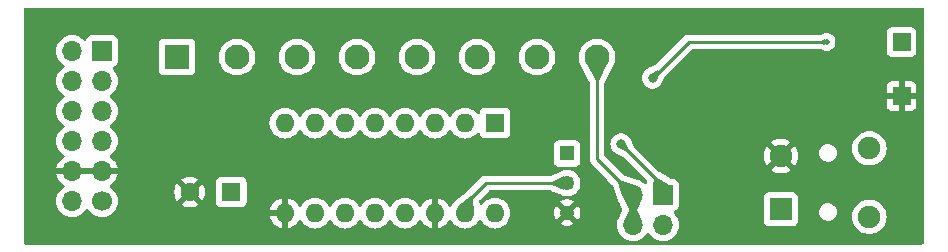
<source format=gbr>
%TF.GenerationSoftware,KiCad,Pcbnew,7.0.5*%
%TF.CreationDate,2024-01-04T17:18:43+09:00*%
%TF.ProjectId,Pmod_ADC,506d6f64-5f41-4444-932e-6b696361645f,rev?*%
%TF.SameCoordinates,Original*%
%TF.FileFunction,Copper,L2,Bot*%
%TF.FilePolarity,Positive*%
%FSLAX46Y46*%
G04 Gerber Fmt 4.6, Leading zero omitted, Abs format (unit mm)*
G04 Created by KiCad (PCBNEW 7.0.5) date 2024-01-04 17:18:43*
%MOMM*%
%LPD*%
G01*
G04 APERTURE LIST*
%TA.AperFunction,ComponentPad*%
%ADD10R,1.600000X1.600000*%
%TD*%
%TA.AperFunction,ComponentPad*%
%ADD11O,1.600000X1.600000*%
%TD*%
%TA.AperFunction,ComponentPad*%
%ADD12R,1.700000X1.700000*%
%TD*%
%TA.AperFunction,ComponentPad*%
%ADD13O,1.700000X1.700000*%
%TD*%
%TA.AperFunction,ComponentPad*%
%ADD14R,1.500000X1.500000*%
%TD*%
%TA.AperFunction,ComponentPad*%
%ADD15R,1.900000X1.900000*%
%TD*%
%TA.AperFunction,ComponentPad*%
%ADD16C,1.900000*%
%TD*%
%TA.AperFunction,ComponentPad*%
%ADD17R,1.251000X1.251000*%
%TD*%
%TA.AperFunction,ComponentPad*%
%ADD18C,1.251000*%
%TD*%
%TA.AperFunction,ComponentPad*%
%ADD19C,1.600000*%
%TD*%
%TA.AperFunction,ComponentPad*%
%ADD20C,1.700000*%
%TD*%
%TA.AperFunction,ComponentPad*%
%ADD21R,2.100000X2.100000*%
%TD*%
%TA.AperFunction,ComponentPad*%
%ADD22C,2.100000*%
%TD*%
%TA.AperFunction,ViaPad*%
%ADD23C,0.500000*%
%TD*%
%TA.AperFunction,ViaPad*%
%ADD24C,0.800000*%
%TD*%
%TA.AperFunction,Conductor*%
%ADD25C,0.250000*%
%TD*%
G04 APERTURE END LIST*
D10*
%TO.P,U1,1,CH0*%
%TO.N,/CH0*%
X182611000Y-91450000D03*
D11*
%TO.P,U1,2,CH1*%
%TO.N,Net-(J4-Pin_7)*%
X180071000Y-91450000D03*
%TO.P,U1,3,CH2*%
%TO.N,Net-(J4-Pin_6)*%
X177531000Y-91450000D03*
%TO.P,U1,4,CH3*%
%TO.N,Net-(J4-Pin_5)*%
X174991000Y-91450000D03*
%TO.P,U1,5,CH4*%
%TO.N,Net-(J4-Pin_4)*%
X172451000Y-91450000D03*
%TO.P,U1,6,CH5*%
%TO.N,Net-(J4-Pin_3)*%
X169911000Y-91450000D03*
%TO.P,U1,7,CH6*%
%TO.N,Net-(J4-Pin_2)*%
X167371000Y-91450000D03*
%TO.P,U1,8,CH7*%
%TO.N,Net-(J4-Pin_1)*%
X164831000Y-91450000D03*
%TO.P,U1,9,DGND*%
%TO.N,GND*%
X164831000Y-99070000D03*
%TO.P,U1,10,~{CS}/SHDN*%
%TO.N,Net-(J1-Pin_4)*%
X167371000Y-99070000D03*
%TO.P,U1,11,Din*%
%TO.N,Net-(J1-Pin_3)*%
X169911000Y-99070000D03*
%TO.P,U1,12,Dout*%
%TO.N,Net-(J1-Pin_2)*%
X172451000Y-99070000D03*
%TO.P,U1,13,CLK*%
%TO.N,Net-(J1-Pin_1)*%
X174991000Y-99070000D03*
%TO.P,U1,14,AGND*%
%TO.N,GND*%
X177531000Y-99070000D03*
%TO.P,U1,15,Vref*%
%TO.N,Net-(JP1-B)*%
X180071000Y-99070000D03*
%TO.P,U1,16,Vdd*%
%TO.N,VCC*%
X182611000Y-99070000D03*
%TD*%
D12*
%TO.P,J5,1,Pin_1*%
%TO.N,Net-(J5-Pin_1)*%
X196855000Y-97531000D03*
D13*
%TO.P,J5,2,Pin_2*%
%TO.N,Net-(J5-Pin_2)*%
X196855000Y-100071000D03*
%TO.P,J5,3,Pin_3*%
%TO.N,/CH0*%
X194315000Y-97531000D03*
%TO.P,J5,4,Pin_4*%
X194315000Y-100071000D03*
%TD*%
D14*
%TO.P,TP1,1,1*%
%TO.N,Net-(C5-Pad1)*%
X217043000Y-84582000D03*
%TD*%
D15*
%TO.P,J2,R*%
%TO.N,Net-(J2-PadR)*%
X206820000Y-98730000D03*
D16*
%TO.P,J2,S*%
%TO.N,GND*%
X206820000Y-94230000D03*
%TO.P,J2,T*%
%TO.N,Net-(J2-PadT)*%
X214320000Y-99380000D03*
X214320000Y-93580000D03*
%TD*%
D14*
%TO.P,TP2,1,1*%
%TO.N,GND*%
X217043000Y-89154000D03*
%TD*%
D17*
%TO.P,RV1,1,1*%
%TO.N,VCC*%
X188722000Y-94020000D03*
D18*
%TO.P,RV1,2,2*%
%TO.N,Net-(JP1-B)*%
X188722000Y-96520000D03*
%TO.P,RV1,3,3*%
%TO.N,GND*%
X188722000Y-99020000D03*
%TD*%
D10*
%TO.P,C1,1*%
%TO.N,VCC*%
X160284151Y-97282000D03*
D19*
%TO.P,C1,2*%
%TO.N,GND*%
X156784151Y-97282000D03*
%TD*%
D12*
%TO.P,J1,1,Pin_1*%
%TO.N,Net-(J1-Pin_1)*%
X149352000Y-85344000D03*
D13*
%TO.P,J1,2,Pin_2*%
%TO.N,Net-(J1-Pin_2)*%
X149352000Y-87884000D03*
%TO.P,J1,3,Pin_3*%
%TO.N,Net-(J1-Pin_3)*%
X149352000Y-90424000D03*
%TO.P,J1,4,Pin_4*%
%TO.N,Net-(J1-Pin_4)*%
X149352000Y-92964000D03*
%TO.P,J1,5,Pin_5*%
%TO.N,GND*%
X149352000Y-95504000D03*
D20*
%TO.P,J1,6,Pin_6*%
%TO.N,VCC*%
X149352000Y-98044000D03*
D13*
%TO.P,J1,7,Pin_7*%
%TO.N,unconnected-(J1-Pin_7-Pad7)*%
X146812000Y-85344000D03*
%TO.P,J1,8,Pin_8*%
%TO.N,unconnected-(J1-Pin_8-Pad8)*%
X146812000Y-87884000D03*
%TO.P,J1,9,Pin_9*%
%TO.N,unconnected-(J1-Pin_9-Pad9)*%
X146812000Y-90424000D03*
%TO.P,J1,10,Pin_10*%
%TO.N,unconnected-(J1-Pin_10-Pad10)*%
X146812000Y-92964000D03*
%TO.P,J1,11,Pin_11*%
%TO.N,GND*%
X146812000Y-95504000D03*
%TO.P,J1,12,Pin_12*%
%TO.N,VCC*%
X146812000Y-98044000D03*
%TD*%
D21*
%TO.P,J4,1,Pin_1*%
%TO.N,Net-(J4-Pin_1)*%
X155702000Y-85852000D03*
D22*
%TO.P,J4,2,Pin_2*%
%TO.N,Net-(J4-Pin_2)*%
X160782000Y-85852000D03*
%TO.P,J4,3,Pin_3*%
%TO.N,Net-(J4-Pin_3)*%
X165862000Y-85852000D03*
%TO.P,J4,4,Pin_4*%
%TO.N,Net-(J4-Pin_4)*%
X170942000Y-85852000D03*
%TO.P,J4,5,Pin_5*%
%TO.N,Net-(J4-Pin_5)*%
X176022000Y-85852000D03*
%TO.P,J4,6,Pin_6*%
%TO.N,Net-(J4-Pin_6)*%
X181102000Y-85852000D03*
%TO.P,J4,7,Pin_7*%
%TO.N,Net-(J4-Pin_7)*%
X186182000Y-85852000D03*
%TO.P,J4,8,Pin_8*%
%TO.N,/CH0*%
X191262000Y-85852000D03*
%TD*%
D23*
%TO.N,GND*%
X199263000Y-92710000D03*
X199263000Y-90170000D03*
X188722000Y-83693000D03*
X178689000Y-83693000D03*
X199263000Y-95123000D03*
X158369000Y-83693000D03*
X168529000Y-83693000D03*
D24*
%TO.N,Net-(U3-V_INB+)*%
X195961000Y-87630000D03*
D23*
X210693000Y-84582000D03*
D24*
%TO.N,Net-(J5-Pin_1)*%
X193294000Y-93218000D03*
%TD*%
D25*
%TO.N,Net-(U3-V_INB+)*%
X195961000Y-87630000D02*
X199009000Y-84582000D01*
X199009000Y-84582000D02*
X210693000Y-84582000D01*
%TO.N,/CH0*%
X194315000Y-97531000D02*
X194315000Y-100071000D01*
X194315000Y-97531000D02*
X191262000Y-94478000D01*
X191262000Y-94478000D02*
X191262000Y-85852000D01*
%TO.N,Net-(J5-Pin_1)*%
X193294000Y-93218000D02*
X196855000Y-96779000D01*
X196855000Y-96779000D02*
X196855000Y-97531000D01*
%TO.N,Net-(JP1-B)*%
X181864000Y-96520000D02*
X188722000Y-96520000D01*
X180071000Y-99070000D02*
X180071000Y-98313000D01*
X180071000Y-98313000D02*
X181864000Y-96520000D01*
%TD*%
%TA.AperFunction,Conductor*%
%TO.N,/CH0*%
G36*
X193208251Y-96242968D02*
G01*
X193690027Y-96412102D01*
X194628629Y-96741611D01*
X194635300Y-96747584D01*
X194635792Y-96756526D01*
X194635567Y-96757116D01*
X194317562Y-97527214D01*
X194311237Y-97533553D01*
X194311214Y-97533562D01*
X193541116Y-97851567D01*
X193532161Y-97851558D01*
X193525836Y-97845219D01*
X193525611Y-97844629D01*
X193415755Y-97531707D01*
X193139818Y-96745702D01*
X193026968Y-96424251D01*
X193027460Y-96415309D01*
X193029731Y-96412105D01*
X193196103Y-96245733D01*
X193204375Y-96242307D01*
X193208251Y-96242968D01*
G37*
%TD.AperFunction*%
%TD*%
%TA.AperFunction,Conductor*%
%TO.N,Net-(JP1-B)*%
G36*
X188487123Y-95952921D02*
G01*
X188487247Y-95953209D01*
X188721131Y-96515507D01*
X188721144Y-96524461D01*
X188721131Y-96524493D01*
X188487247Y-97086790D01*
X188480905Y-97093113D01*
X188471951Y-97093100D01*
X188471663Y-97092976D01*
X187477919Y-96648097D01*
X187471769Y-96641589D01*
X187471000Y-96637418D01*
X187471000Y-96402581D01*
X187474427Y-96394308D01*
X187477916Y-96391903D01*
X188471664Y-95947022D01*
X188480615Y-95946771D01*
X188487123Y-95952921D01*
G37*
%TD.AperFunction*%
%TD*%
%TA.AperFunction,Conductor*%
%TO.N,Net-(J5-Pin_1)*%
G36*
X196252186Y-95996291D02*
G01*
X197379043Y-96674854D01*
X197384362Y-96682057D01*
X197383030Y-96690913D01*
X197382919Y-96691093D01*
X196863509Y-97519267D01*
X196856210Y-97524455D01*
X196847381Y-97522963D01*
X196845324Y-97521324D01*
X196009031Y-96685031D01*
X196005604Y-96676758D01*
X196005689Y-96675353D01*
X196067082Y-96172348D01*
X196070422Y-96165496D01*
X196237878Y-95998040D01*
X196246150Y-95994614D01*
X196252186Y-95996291D01*
G37*
%TD.AperFunction*%
%TD*%
%TA.AperFunction,Conductor*%
%TO.N,/CH0*%
G36*
X191266486Y-85852863D02*
G01*
X192220365Y-86248956D01*
X192226691Y-86255293D01*
X192226683Y-86264248D01*
X192226289Y-86265099D01*
X191390262Y-87895638D01*
X191383438Y-87901437D01*
X191379851Y-87902000D01*
X191144149Y-87902000D01*
X191135876Y-87898573D01*
X191133738Y-87895638D01*
X190297710Y-86265099D01*
X190296984Y-86256174D01*
X190302783Y-86249350D01*
X190303627Y-86248959D01*
X191257513Y-85852862D01*
X191266467Y-85852855D01*
X191266486Y-85852863D01*
G37*
%TD.AperFunction*%
%TD*%
%TA.AperFunction,Conductor*%
%TO.N,/CH0*%
G36*
X194440912Y-98374427D02*
G01*
X194443186Y-98377634D01*
X195094950Y-99734586D01*
X195095442Y-99743528D01*
X195089469Y-99750199D01*
X195088892Y-99750457D01*
X194319489Y-100070134D01*
X194310534Y-100070143D01*
X194310511Y-100070134D01*
X193541107Y-99750457D01*
X193534782Y-99744118D01*
X193534791Y-99735163D01*
X193535049Y-99734586D01*
X194186814Y-98377634D01*
X194193485Y-98371661D01*
X194197361Y-98371000D01*
X194432639Y-98371000D01*
X194440912Y-98374427D01*
G37*
%TD.AperFunction*%
%TD*%
%TA.AperFunction,Conductor*%
%TO.N,Net-(U3-V_INB+)*%
G36*
X210596366Y-84354825D02*
G01*
X210601254Y-84360408D01*
X210692109Y-84577483D01*
X210692142Y-84586437D01*
X210692109Y-84586517D01*
X210601254Y-84803591D01*
X210594898Y-84809900D01*
X210587495Y-84810392D01*
X210201734Y-84709289D01*
X210194600Y-84703876D01*
X210193000Y-84697971D01*
X210193000Y-84466028D01*
X210196427Y-84457755D01*
X210201731Y-84454711D01*
X210587495Y-84353607D01*
X210596366Y-84354825D01*
G37*
%TD.AperFunction*%
%TD*%
%TA.AperFunction,Conductor*%
%TO.N,Net-(J5-Pin_1)*%
G36*
X193662044Y-93069253D02*
G01*
X193668206Y-93075239D01*
X193944747Y-93687928D01*
X193945027Y-93696878D01*
X193942356Y-93701014D01*
X193777014Y-93866356D01*
X193768741Y-93869783D01*
X193763928Y-93868747D01*
X193151239Y-93592206D01*
X193145108Y-93585679D01*
X193145232Y-93577090D01*
X193291437Y-93221802D01*
X193297753Y-93215457D01*
X193653090Y-93069232D01*
X193662044Y-93069253D01*
G37*
%TD.AperFunction*%
%TD*%
%TA.AperFunction,Conductor*%
%TO.N,Net-(U3-V_INB+)*%
G36*
X196444014Y-86981643D02*
G01*
X196609356Y-87146985D01*
X196612783Y-87155258D01*
X196611747Y-87160071D01*
X196335206Y-87772760D01*
X196328679Y-87778891D01*
X196320090Y-87778767D01*
X195964804Y-87632563D01*
X195958457Y-87626245D01*
X195958436Y-87626195D01*
X195812232Y-87270909D01*
X195812253Y-87261955D01*
X195818237Y-87255794D01*
X196430928Y-86979251D01*
X196439878Y-86978972D01*
X196444014Y-86981643D01*
G37*
%TD.AperFunction*%
%TD*%
%TA.AperFunction,Conductor*%
%TO.N,/CH0*%
G36*
X194319489Y-97531865D02*
G01*
X195088892Y-97851542D01*
X195095217Y-97857881D01*
X195095208Y-97866836D01*
X195094950Y-97867413D01*
X194443186Y-99224366D01*
X194436515Y-99230339D01*
X194432639Y-99231000D01*
X194197361Y-99231000D01*
X194189088Y-99227573D01*
X194186814Y-99224366D01*
X193535049Y-97867413D01*
X193534557Y-97858471D01*
X193540530Y-97851800D01*
X193541095Y-97851547D01*
X194310511Y-97531864D01*
X194319466Y-97531856D01*
X194319489Y-97531865D01*
G37*
%TD.AperFunction*%
%TD*%
%TA.AperFunction,Conductor*%
%TO.N,GND*%
G36*
X148892507Y-95294156D02*
G01*
X148852000Y-95432111D01*
X148852000Y-95575889D01*
X148892507Y-95713844D01*
X148918314Y-95754000D01*
X147245686Y-95754000D01*
X147271493Y-95713844D01*
X147312000Y-95575889D01*
X147312000Y-95432111D01*
X147271493Y-95294156D01*
X147245686Y-95254000D01*
X148918314Y-95254000D01*
X148892507Y-95294156D01*
G37*
%TD.AperFunction*%
%TA.AperFunction,Conductor*%
G36*
X218891039Y-81680685D02*
G01*
X218936794Y-81733489D01*
X218948000Y-81785000D01*
X218948000Y-101548637D01*
X218928315Y-101615676D01*
X218911682Y-101636317D01*
X218857320Y-101690680D01*
X218795997Y-101724166D01*
X218769638Y-101727000D01*
X142872000Y-101727000D01*
X142804961Y-101707315D01*
X142759206Y-101654511D01*
X142748000Y-101603000D01*
X142748000Y-98044000D01*
X145456341Y-98044000D01*
X145476936Y-98279403D01*
X145476938Y-98279413D01*
X145538094Y-98507655D01*
X145538096Y-98507659D01*
X145538097Y-98507663D01*
X145632703Y-98710546D01*
X145637965Y-98721830D01*
X145637967Y-98721834D01*
X145710063Y-98824797D01*
X145773505Y-98915401D01*
X145940599Y-99082495D01*
X146023349Y-99140437D01*
X146134165Y-99218032D01*
X146134167Y-99218033D01*
X146134170Y-99218035D01*
X146348337Y-99317903D01*
X146576592Y-99379063D01*
X146737821Y-99393169D01*
X146811999Y-99399659D01*
X146812000Y-99399659D01*
X146812001Y-99399659D01*
X146886156Y-99393171D01*
X147047408Y-99379063D01*
X147275663Y-99317903D01*
X147489830Y-99218035D01*
X147683401Y-99082495D01*
X147850495Y-98915401D01*
X147980424Y-98729842D01*
X148035002Y-98686217D01*
X148104500Y-98679023D01*
X148166855Y-98710546D01*
X148183575Y-98729842D01*
X148313500Y-98915395D01*
X148313505Y-98915401D01*
X148480599Y-99082495D01*
X148563349Y-99140437D01*
X148674165Y-99218032D01*
X148674167Y-99218033D01*
X148674170Y-99218035D01*
X148888337Y-99317903D01*
X149116592Y-99379063D01*
X149277821Y-99393169D01*
X149351999Y-99399659D01*
X149352000Y-99399659D01*
X149352001Y-99399659D01*
X149426156Y-99393171D01*
X149587408Y-99379063D01*
X149815663Y-99317903D01*
X150029830Y-99218035D01*
X150223401Y-99082495D01*
X150390495Y-98915401D01*
X150457296Y-98819999D01*
X163552127Y-98819999D01*
X163552128Y-98820000D01*
X164515314Y-98820000D01*
X164503359Y-98831955D01*
X164445835Y-98944852D01*
X164426014Y-99070000D01*
X164445835Y-99195148D01*
X164503359Y-99308045D01*
X164515314Y-99320000D01*
X163552128Y-99320000D01*
X163604730Y-99516317D01*
X163604734Y-99516326D01*
X163700865Y-99722482D01*
X163831342Y-99908820D01*
X163992179Y-100069657D01*
X164178517Y-100200134D01*
X164384673Y-100296265D01*
X164384682Y-100296269D01*
X164580999Y-100348872D01*
X164581000Y-100348871D01*
X164581000Y-99385686D01*
X164592955Y-99397641D01*
X164705852Y-99455165D01*
X164799519Y-99470000D01*
X164862481Y-99470000D01*
X164956148Y-99455165D01*
X165069045Y-99397641D01*
X165081000Y-99385686D01*
X165081000Y-100348872D01*
X165277317Y-100296269D01*
X165277326Y-100296265D01*
X165483482Y-100200134D01*
X165669820Y-100069657D01*
X165830657Y-99908820D01*
X165961132Y-99722484D01*
X165988341Y-99664134D01*
X166034513Y-99611695D01*
X166101707Y-99592542D01*
X166168588Y-99612757D01*
X166213105Y-99664132D01*
X166235088Y-99711275D01*
X166240431Y-99722732D01*
X166240432Y-99722734D01*
X166370954Y-99909141D01*
X166531858Y-100070045D01*
X166533222Y-100071000D01*
X166718266Y-100200568D01*
X166924504Y-100296739D01*
X167144308Y-100355635D01*
X167306230Y-100369801D01*
X167370998Y-100375468D01*
X167371000Y-100375468D01*
X167371002Y-100375468D01*
X167427672Y-100370509D01*
X167597692Y-100355635D01*
X167817496Y-100296739D01*
X168023734Y-100200568D01*
X168210139Y-100070047D01*
X168371047Y-99909139D01*
X168501568Y-99722734D01*
X168528618Y-99664724D01*
X168574790Y-99612285D01*
X168641983Y-99593133D01*
X168708865Y-99613348D01*
X168753382Y-99664725D01*
X168780429Y-99722728D01*
X168780432Y-99722734D01*
X168910954Y-99909141D01*
X169071858Y-100070045D01*
X169073222Y-100071000D01*
X169258266Y-100200568D01*
X169464504Y-100296739D01*
X169684308Y-100355635D01*
X169846230Y-100369801D01*
X169910998Y-100375468D01*
X169911000Y-100375468D01*
X169911002Y-100375468D01*
X169967673Y-100370509D01*
X170137692Y-100355635D01*
X170357496Y-100296739D01*
X170563734Y-100200568D01*
X170750139Y-100070047D01*
X170911047Y-99909139D01*
X171041568Y-99722734D01*
X171068618Y-99664724D01*
X171114790Y-99612285D01*
X171181983Y-99593133D01*
X171248865Y-99613348D01*
X171293382Y-99664725D01*
X171320429Y-99722728D01*
X171320432Y-99722734D01*
X171450954Y-99909141D01*
X171611858Y-100070045D01*
X171613222Y-100071000D01*
X171798266Y-100200568D01*
X172004504Y-100296739D01*
X172224308Y-100355635D01*
X172386230Y-100369801D01*
X172450998Y-100375468D01*
X172451000Y-100375468D01*
X172451002Y-100375468D01*
X172507673Y-100370509D01*
X172677692Y-100355635D01*
X172897496Y-100296739D01*
X173103734Y-100200568D01*
X173290139Y-100070047D01*
X173451047Y-99909139D01*
X173581568Y-99722734D01*
X173608618Y-99664724D01*
X173654790Y-99612285D01*
X173721983Y-99593133D01*
X173788865Y-99613348D01*
X173833382Y-99664725D01*
X173860429Y-99722728D01*
X173860432Y-99722734D01*
X173990954Y-99909141D01*
X174151858Y-100070045D01*
X174153222Y-100071000D01*
X174338266Y-100200568D01*
X174544504Y-100296739D01*
X174764308Y-100355635D01*
X174926230Y-100369801D01*
X174990998Y-100375468D01*
X174991000Y-100375468D01*
X174991002Y-100375468D01*
X175047673Y-100370509D01*
X175217692Y-100355635D01*
X175437496Y-100296739D01*
X175643734Y-100200568D01*
X175830139Y-100070047D01*
X175991047Y-99909139D01*
X176121568Y-99722734D01*
X176148895Y-99664129D01*
X176195064Y-99611695D01*
X176262257Y-99592542D01*
X176329139Y-99612757D01*
X176373657Y-99664133D01*
X176400865Y-99722482D01*
X176531342Y-99908820D01*
X176692179Y-100069657D01*
X176878517Y-100200134D01*
X177084673Y-100296265D01*
X177084682Y-100296269D01*
X177280999Y-100348872D01*
X177281000Y-100348871D01*
X177281000Y-99385686D01*
X177292955Y-99397641D01*
X177405852Y-99455165D01*
X177499519Y-99470000D01*
X177562481Y-99470000D01*
X177656148Y-99455165D01*
X177769045Y-99397641D01*
X177781000Y-99385686D01*
X177781000Y-100348872D01*
X177977317Y-100296269D01*
X177977326Y-100296265D01*
X178183482Y-100200134D01*
X178369820Y-100069657D01*
X178530657Y-99908820D01*
X178661132Y-99722484D01*
X178688341Y-99664134D01*
X178734513Y-99611695D01*
X178801707Y-99592542D01*
X178868588Y-99612757D01*
X178913105Y-99664132D01*
X178935088Y-99711275D01*
X178940431Y-99722732D01*
X178940432Y-99722734D01*
X179070954Y-99909141D01*
X179231858Y-100070045D01*
X179233222Y-100071000D01*
X179418266Y-100200568D01*
X179624504Y-100296739D01*
X179844308Y-100355635D01*
X180006230Y-100369801D01*
X180070998Y-100375468D01*
X180071000Y-100375468D01*
X180071002Y-100375468D01*
X180127673Y-100370509D01*
X180297692Y-100355635D01*
X180517496Y-100296739D01*
X180723734Y-100200568D01*
X180910139Y-100070047D01*
X181071047Y-99909139D01*
X181201568Y-99722734D01*
X181228618Y-99664724D01*
X181274790Y-99612285D01*
X181341983Y-99593133D01*
X181408865Y-99613348D01*
X181453382Y-99664725D01*
X181480429Y-99722728D01*
X181480432Y-99722734D01*
X181610954Y-99909141D01*
X181771858Y-100070045D01*
X181773222Y-100071000D01*
X181958266Y-100200568D01*
X182164504Y-100296739D01*
X182384308Y-100355635D01*
X182546230Y-100369801D01*
X182610998Y-100375468D01*
X182611000Y-100375468D01*
X182611002Y-100375468D01*
X182667672Y-100370509D01*
X182837692Y-100355635D01*
X183057496Y-100296739D01*
X183263734Y-100200568D01*
X183450139Y-100070047D01*
X183611047Y-99909139D01*
X183741568Y-99722734D01*
X183837739Y-99516496D01*
X183896635Y-99296692D01*
X183916468Y-99070000D01*
X183912093Y-99020000D01*
X187591678Y-99020000D01*
X187610923Y-99227691D01*
X187668007Y-99428322D01*
X187760980Y-99615037D01*
X187766326Y-99622117D01*
X187766327Y-99622117D01*
X188354601Y-99033844D01*
X188353217Y-99050558D01*
X188383121Y-99168646D01*
X188449748Y-99270626D01*
X188545877Y-99345447D01*
X188661092Y-99385000D01*
X188710553Y-99385000D01*
X188122788Y-99972763D01*
X188218171Y-100031822D01*
X188218172Y-100031823D01*
X188412670Y-100107171D01*
X188617710Y-100145500D01*
X188826290Y-100145500D01*
X189031329Y-100107171D01*
X189225827Y-100031823D01*
X189225831Y-100031821D01*
X189321209Y-99972764D01*
X189321209Y-99972763D01*
X188733448Y-99385000D01*
X188752245Y-99385000D01*
X188842154Y-99369997D01*
X188949288Y-99312019D01*
X189031791Y-99222397D01*
X189080724Y-99110841D01*
X189087279Y-99031726D01*
X189677671Y-99622118D01*
X189683016Y-99615042D01*
X189683018Y-99615038D01*
X189775992Y-99428322D01*
X189833076Y-99227691D01*
X189852322Y-99020000D01*
X189852322Y-99019999D01*
X189833076Y-98812308D01*
X189775992Y-98611677D01*
X189683018Y-98424961D01*
X189677672Y-98417881D01*
X189677671Y-98417881D01*
X189089398Y-99006154D01*
X189090783Y-98989442D01*
X189060879Y-98871354D01*
X188994252Y-98769374D01*
X188898123Y-98694553D01*
X188782908Y-98655000D01*
X188733447Y-98655000D01*
X189321210Y-98067235D01*
X189225826Y-98008176D01*
X189225825Y-98008175D01*
X189031329Y-97932828D01*
X188826290Y-97894500D01*
X188617710Y-97894500D01*
X188412670Y-97932828D01*
X188218174Y-98008175D01*
X188218168Y-98008179D01*
X188122789Y-98067234D01*
X188122788Y-98067235D01*
X188710554Y-98655000D01*
X188691755Y-98655000D01*
X188601846Y-98670003D01*
X188494712Y-98727981D01*
X188412209Y-98817603D01*
X188363276Y-98929159D01*
X188356720Y-99008273D01*
X187766327Y-98417880D01*
X187766326Y-98417881D01*
X187760981Y-98424960D01*
X187760979Y-98424965D01*
X187668007Y-98611677D01*
X187610923Y-98812308D01*
X187591678Y-99019999D01*
X187591678Y-99020000D01*
X183912093Y-99020000D01*
X183912093Y-99019999D01*
X183899976Y-98881499D01*
X183896635Y-98843308D01*
X183837739Y-98623504D01*
X183741568Y-98417266D01*
X183611047Y-98230861D01*
X183611045Y-98230858D01*
X183450141Y-98069954D01*
X183263734Y-97939432D01*
X183263732Y-97939431D01*
X183057497Y-97843261D01*
X183057488Y-97843258D01*
X182837697Y-97784366D01*
X182837693Y-97784365D01*
X182837692Y-97784365D01*
X182837691Y-97784364D01*
X182837686Y-97784364D01*
X182611002Y-97764532D01*
X182610998Y-97764532D01*
X182384313Y-97784364D01*
X182384302Y-97784366D01*
X182164511Y-97843258D01*
X182164502Y-97843261D01*
X181958267Y-97939431D01*
X181958265Y-97939432D01*
X181771858Y-98069954D01*
X181610956Y-98230856D01*
X181534961Y-98339389D01*
X181480384Y-98383013D01*
X181410885Y-98390206D01*
X181348531Y-98358684D01*
X181313117Y-98298454D01*
X181309850Y-98278976D01*
X181289300Y-98041816D01*
X181303124Y-97973329D01*
X181325152Y-97943436D01*
X182086771Y-97181819D01*
X182148095Y-97148334D01*
X182174453Y-97145500D01*
X187325356Y-97145500D01*
X187376023Y-97156324D01*
X188268434Y-97555839D01*
X188270840Y-97556874D01*
X188272047Y-97557394D01*
X188328830Y-97577916D01*
X188328831Y-97577916D01*
X188334925Y-97579443D01*
X188334830Y-97579820D01*
X188353008Y-97584594D01*
X188412535Y-97607656D01*
X188617661Y-97646000D01*
X188617664Y-97646000D01*
X188826336Y-97646000D01*
X188826339Y-97646000D01*
X189031465Y-97607656D01*
X189226052Y-97532272D01*
X189403474Y-97422417D01*
X189553217Y-97285908D01*
X189557687Y-97281833D01*
X189557689Y-97281831D01*
X189683446Y-97115302D01*
X189776462Y-96928501D01*
X189833570Y-96727788D01*
X189852824Y-96520000D01*
X189844866Y-96434123D01*
X189833570Y-96312212D01*
X189833569Y-96312210D01*
X189830830Y-96302584D01*
X189776462Y-96111499D01*
X189771050Y-96100631D01*
X189714921Y-95987908D01*
X189683446Y-95924698D01*
X189587670Y-95797870D01*
X189557687Y-95758166D01*
X189403474Y-95617583D01*
X189403472Y-95617581D01*
X189226055Y-95507729D01*
X189226049Y-95507726D01*
X189124956Y-95468563D01*
X189031465Y-95432344D01*
X188826339Y-95394000D01*
X188617661Y-95394000D01*
X188449077Y-95425513D01*
X188412529Y-95432345D01*
X188305151Y-95473944D01*
X188299775Y-95475749D01*
X188265117Y-95485644D01*
X188265113Y-95485646D01*
X187376020Y-95883676D01*
X187325353Y-95894500D01*
X181946743Y-95894500D01*
X181931122Y-95892775D01*
X181931096Y-95893061D01*
X181923333Y-95892326D01*
X181855153Y-95894469D01*
X181853206Y-95894500D01*
X181824649Y-95894500D01*
X181817766Y-95895369D01*
X181811949Y-95895826D01*
X181765373Y-95897290D01*
X181746129Y-95902881D01*
X181727079Y-95906825D01*
X181707211Y-95909334D01*
X181663884Y-95926488D01*
X181658358Y-95928379D01*
X181613614Y-95941379D01*
X181613610Y-95941381D01*
X181596366Y-95951579D01*
X181578905Y-95960133D01*
X181560274Y-95967510D01*
X181560262Y-95967517D01*
X181522570Y-95994902D01*
X181517687Y-95998109D01*
X181477580Y-96021829D01*
X181463414Y-96035995D01*
X181448624Y-96048627D01*
X181432414Y-96060404D01*
X181432411Y-96060407D01*
X181402710Y-96096309D01*
X181398777Y-96100631D01*
X180279389Y-97220019D01*
X180259632Y-97235475D01*
X180259800Y-97235713D01*
X180256185Y-97238258D01*
X179276678Y-98038364D01*
X179273017Y-98041135D01*
X179231861Y-98069953D01*
X179206645Y-98095167D01*
X179202028Y-98099342D01*
X179190589Y-98108687D01*
X179180882Y-98117032D01*
X179175310Y-98122074D01*
X179175302Y-98122083D01*
X179121258Y-98179234D01*
X179119762Y-98181215D01*
X179114142Y-98187671D01*
X179093767Y-98208045D01*
X179070955Y-98230858D01*
X179070948Y-98230866D01*
X178944026Y-98412133D01*
X178940432Y-98417266D01*
X178940315Y-98417518D01*
X178913106Y-98475867D01*
X178866933Y-98528306D01*
X178799739Y-98547457D01*
X178732858Y-98527241D01*
X178688342Y-98475865D01*
X178661135Y-98417520D01*
X178661134Y-98417518D01*
X178530657Y-98231179D01*
X178369820Y-98070342D01*
X178183482Y-97939865D01*
X177977328Y-97843734D01*
X177781000Y-97791127D01*
X177781000Y-98754313D01*
X177769045Y-98742359D01*
X177656148Y-98684835D01*
X177562481Y-98670000D01*
X177499519Y-98670000D01*
X177405852Y-98684835D01*
X177292955Y-98742359D01*
X177281000Y-98754314D01*
X177281000Y-97791127D01*
X177084671Y-97843734D01*
X176878517Y-97939865D01*
X176692179Y-98070342D01*
X176531342Y-98231179D01*
X176400867Y-98417515D01*
X176373657Y-98475867D01*
X176327484Y-98528306D01*
X176260290Y-98547457D01*
X176193409Y-98527241D01*
X176148893Y-98475865D01*
X176142180Y-98461470D01*
X176121568Y-98417266D01*
X175991047Y-98230861D01*
X175991045Y-98230858D01*
X175830141Y-98069954D01*
X175643734Y-97939432D01*
X175643732Y-97939431D01*
X175437497Y-97843261D01*
X175437488Y-97843258D01*
X175217697Y-97784366D01*
X175217693Y-97784365D01*
X175217692Y-97784365D01*
X175217691Y-97784364D01*
X175217686Y-97784364D01*
X174991002Y-97764532D01*
X174990998Y-97764532D01*
X174764313Y-97784364D01*
X174764302Y-97784366D01*
X174544511Y-97843258D01*
X174544502Y-97843261D01*
X174338267Y-97939431D01*
X174338265Y-97939432D01*
X174151858Y-98069954D01*
X173990954Y-98230858D01*
X173860432Y-98417265D01*
X173860431Y-98417267D01*
X173833382Y-98475275D01*
X173787209Y-98527714D01*
X173720016Y-98546866D01*
X173653135Y-98526650D01*
X173608618Y-98475275D01*
X173602180Y-98461469D01*
X173581568Y-98417266D01*
X173451047Y-98230861D01*
X173451045Y-98230858D01*
X173290141Y-98069954D01*
X173103734Y-97939432D01*
X173103732Y-97939431D01*
X172897497Y-97843261D01*
X172897488Y-97843258D01*
X172677697Y-97784366D01*
X172677693Y-97784365D01*
X172677692Y-97784365D01*
X172677691Y-97784364D01*
X172677686Y-97784364D01*
X172451002Y-97764532D01*
X172450998Y-97764532D01*
X172224313Y-97784364D01*
X172224302Y-97784366D01*
X172004511Y-97843258D01*
X172004502Y-97843261D01*
X171798267Y-97939431D01*
X171798265Y-97939432D01*
X171611858Y-98069954D01*
X171450954Y-98230858D01*
X171320432Y-98417265D01*
X171320431Y-98417267D01*
X171293382Y-98475275D01*
X171247209Y-98527714D01*
X171180016Y-98546866D01*
X171113135Y-98526650D01*
X171068618Y-98475275D01*
X171062180Y-98461469D01*
X171041568Y-98417266D01*
X170911047Y-98230861D01*
X170911045Y-98230858D01*
X170750141Y-98069954D01*
X170563734Y-97939432D01*
X170563732Y-97939431D01*
X170357497Y-97843261D01*
X170357488Y-97843258D01*
X170137697Y-97784366D01*
X170137693Y-97784365D01*
X170137692Y-97784365D01*
X170137691Y-97784364D01*
X170137686Y-97784364D01*
X169911002Y-97764532D01*
X169910998Y-97764532D01*
X169684313Y-97784364D01*
X169684302Y-97784366D01*
X169464511Y-97843258D01*
X169464502Y-97843261D01*
X169258267Y-97939431D01*
X169258265Y-97939432D01*
X169071858Y-98069954D01*
X168910954Y-98230858D01*
X168780432Y-98417265D01*
X168780431Y-98417267D01*
X168753382Y-98475275D01*
X168707209Y-98527714D01*
X168640016Y-98546866D01*
X168573135Y-98526650D01*
X168528618Y-98475275D01*
X168522180Y-98461469D01*
X168501568Y-98417266D01*
X168371047Y-98230861D01*
X168371045Y-98230858D01*
X168210141Y-98069954D01*
X168023734Y-97939432D01*
X168023732Y-97939431D01*
X167817497Y-97843261D01*
X167817488Y-97843258D01*
X167597697Y-97784366D01*
X167597693Y-97784365D01*
X167597692Y-97784365D01*
X167597691Y-97784364D01*
X167597686Y-97784364D01*
X167371002Y-97764532D01*
X167370998Y-97764532D01*
X167144313Y-97784364D01*
X167144302Y-97784366D01*
X166924511Y-97843258D01*
X166924502Y-97843261D01*
X166718267Y-97939431D01*
X166718265Y-97939432D01*
X166531858Y-98069954D01*
X166370954Y-98230858D01*
X166244026Y-98412133D01*
X166240432Y-98417266D01*
X166240315Y-98417518D01*
X166213106Y-98475867D01*
X166166933Y-98528306D01*
X166099739Y-98547457D01*
X166032858Y-98527241D01*
X165988342Y-98475865D01*
X165961135Y-98417520D01*
X165961134Y-98417518D01*
X165830657Y-98231179D01*
X165669820Y-98070342D01*
X165483482Y-97939865D01*
X165277328Y-97843734D01*
X165081000Y-97791127D01*
X165081000Y-98754314D01*
X165069045Y-98742359D01*
X164956148Y-98684835D01*
X164862481Y-98670000D01*
X164799519Y-98670000D01*
X164705852Y-98684835D01*
X164592955Y-98742359D01*
X164581000Y-98754314D01*
X164581000Y-97791127D01*
X164384671Y-97843734D01*
X164178517Y-97939865D01*
X163992179Y-98070342D01*
X163831342Y-98231179D01*
X163700865Y-98417517D01*
X163604734Y-98623673D01*
X163604730Y-98623682D01*
X163552127Y-98819999D01*
X150457296Y-98819999D01*
X150526035Y-98721830D01*
X150625903Y-98507663D01*
X150687063Y-98279408D01*
X150707659Y-98044000D01*
X150704435Y-98007156D01*
X150694579Y-97894500D01*
X150687063Y-97808592D01*
X150633223Y-97607655D01*
X150625905Y-97580344D01*
X150625904Y-97580343D01*
X150625903Y-97580337D01*
X150526035Y-97366171D01*
X150520425Y-97358158D01*
X150467100Y-97282002D01*
X155479185Y-97282002D01*
X155499009Y-97508599D01*
X155499011Y-97508610D01*
X155557881Y-97728317D01*
X155557885Y-97728326D01*
X155654016Y-97934481D01*
X155654017Y-97934483D01*
X155705124Y-98007471D01*
X155705125Y-98007472D01*
X156386197Y-97326399D01*
X156398986Y-97407148D01*
X156456510Y-97520045D01*
X156546106Y-97609641D01*
X156659003Y-97667165D01*
X156739750Y-97679953D01*
X156058677Y-98361025D01*
X156058677Y-98361026D01*
X156131663Y-98412131D01*
X156131667Y-98412133D01*
X156337824Y-98508265D01*
X156337833Y-98508269D01*
X156557540Y-98567139D01*
X156557551Y-98567141D01*
X156784149Y-98586966D01*
X156784153Y-98586966D01*
X157010750Y-98567141D01*
X157010761Y-98567139D01*
X157230468Y-98508269D01*
X157230482Y-98508264D01*
X157436629Y-98412136D01*
X157509623Y-98361025D01*
X157278468Y-98129870D01*
X158983651Y-98129870D01*
X158983652Y-98129876D01*
X158990059Y-98189483D01*
X159040353Y-98324328D01*
X159040357Y-98324335D01*
X159126603Y-98439544D01*
X159126606Y-98439547D01*
X159241815Y-98525793D01*
X159241822Y-98525797D01*
X159376668Y-98576091D01*
X159376667Y-98576091D01*
X159383595Y-98576835D01*
X159436278Y-98582500D01*
X161132023Y-98582499D01*
X161191634Y-98576091D01*
X161326482Y-98525796D01*
X161441697Y-98439546D01*
X161527947Y-98324331D01*
X161578242Y-98189483D01*
X161584651Y-98129873D01*
X161584650Y-96434128D01*
X161578242Y-96374517D01*
X161571695Y-96356964D01*
X161527948Y-96239671D01*
X161527944Y-96239664D01*
X161441698Y-96124455D01*
X161441695Y-96124452D01*
X161326486Y-96038206D01*
X161326479Y-96038202D01*
X161191633Y-95987908D01*
X161191634Y-95987908D01*
X161132034Y-95981501D01*
X161132032Y-95981500D01*
X161132024Y-95981500D01*
X161132015Y-95981500D01*
X159436280Y-95981500D01*
X159436274Y-95981501D01*
X159376667Y-95987908D01*
X159241822Y-96038202D01*
X159241815Y-96038206D01*
X159126606Y-96124452D01*
X159126603Y-96124455D01*
X159040357Y-96239664D01*
X159040353Y-96239671D01*
X158990059Y-96374517D01*
X158983652Y-96434116D01*
X158983652Y-96434123D01*
X158983651Y-96434135D01*
X158983651Y-98129870D01*
X157278468Y-98129870D01*
X156828552Y-97679953D01*
X156909299Y-97667165D01*
X157022196Y-97609641D01*
X157111792Y-97520045D01*
X157169316Y-97407148D01*
X157182104Y-97326400D01*
X157863176Y-98007472D01*
X157914287Y-97934478D01*
X158010415Y-97728331D01*
X158010420Y-97728317D01*
X158069290Y-97508610D01*
X158069292Y-97508599D01*
X158089117Y-97282002D01*
X158089117Y-97281997D01*
X158069292Y-97055400D01*
X158069290Y-97055389D01*
X158010420Y-96835682D01*
X158010416Y-96835673D01*
X157914284Y-96629516D01*
X157914282Y-96629512D01*
X157863177Y-96556526D01*
X157863176Y-96556526D01*
X157182104Y-97237598D01*
X157169316Y-97156852D01*
X157111792Y-97043955D01*
X157022196Y-96954359D01*
X156909299Y-96896835D01*
X156828550Y-96884045D01*
X157509623Y-96202973D01*
X157436634Y-96151866D01*
X157436632Y-96151865D01*
X157230477Y-96055734D01*
X157230468Y-96055730D01*
X157010761Y-95996860D01*
X157010750Y-95996858D01*
X156784153Y-95977034D01*
X156784149Y-95977034D01*
X156557551Y-95996858D01*
X156557540Y-95996860D01*
X156337833Y-96055730D01*
X156337824Y-96055734D01*
X156131664Y-96151868D01*
X156058677Y-96202973D01*
X156739749Y-96884046D01*
X156659003Y-96896835D01*
X156546106Y-96954359D01*
X156456510Y-97043955D01*
X156398986Y-97156852D01*
X156386197Y-97237599D01*
X155705124Y-96556526D01*
X155705123Y-96556527D01*
X155654019Y-96629513D01*
X155557885Y-96835673D01*
X155557881Y-96835682D01*
X155499011Y-97055389D01*
X155499009Y-97055400D01*
X155479185Y-97281997D01*
X155479185Y-97282002D01*
X150467100Y-97282002D01*
X150390494Y-97172597D01*
X150223402Y-97005506D01*
X150223401Y-97005505D01*
X150037405Y-96875269D01*
X149993781Y-96820692D01*
X149986588Y-96751193D01*
X150018110Y-96688839D01*
X150037405Y-96672119D01*
X150223082Y-96542105D01*
X150390105Y-96375082D01*
X150525600Y-96181578D01*
X150625429Y-95967492D01*
X150625432Y-95967486D01*
X150682636Y-95754000D01*
X149785686Y-95754000D01*
X149811493Y-95713844D01*
X149852000Y-95575889D01*
X149852000Y-95432111D01*
X149811493Y-95294156D01*
X149785686Y-95254000D01*
X150682636Y-95254000D01*
X150682635Y-95253999D01*
X150625432Y-95040513D01*
X150625429Y-95040507D01*
X150525600Y-94826422D01*
X150525599Y-94826420D01*
X150432436Y-94693370D01*
X187596000Y-94693370D01*
X187596001Y-94693376D01*
X187602408Y-94752983D01*
X187652702Y-94887828D01*
X187652706Y-94887835D01*
X187738952Y-95003044D01*
X187738955Y-95003047D01*
X187854164Y-95089293D01*
X187854171Y-95089297D01*
X187989017Y-95139591D01*
X187989016Y-95139591D01*
X187995944Y-95140335D01*
X188048627Y-95146000D01*
X189395372Y-95145999D01*
X189454983Y-95139591D01*
X189589831Y-95089296D01*
X189705046Y-95003046D01*
X189791296Y-94887831D01*
X189841591Y-94752983D01*
X189848000Y-94693373D01*
X189847999Y-93346628D01*
X189841591Y-93287017D01*
X189835229Y-93269960D01*
X189791297Y-93152171D01*
X189791293Y-93152164D01*
X189705047Y-93036955D01*
X189705044Y-93036952D01*
X189589835Y-92950706D01*
X189589828Y-92950702D01*
X189454982Y-92900408D01*
X189454983Y-92900408D01*
X189395383Y-92894001D01*
X189395381Y-92894000D01*
X189395373Y-92894000D01*
X189395364Y-92894000D01*
X188048629Y-92894000D01*
X188048623Y-92894001D01*
X187989016Y-92900408D01*
X187854171Y-92950702D01*
X187854164Y-92950706D01*
X187738955Y-93036952D01*
X187738952Y-93036955D01*
X187652706Y-93152164D01*
X187652702Y-93152171D01*
X187602408Y-93287017D01*
X187596665Y-93340440D01*
X187596001Y-93346623D01*
X187596000Y-93346635D01*
X187596000Y-94693370D01*
X150432436Y-94693370D01*
X150390113Y-94632926D01*
X150390108Y-94632920D01*
X150223078Y-94465890D01*
X150037405Y-94335879D01*
X149993780Y-94281302D01*
X149986588Y-94211804D01*
X150018110Y-94149449D01*
X150037406Y-94132730D01*
X150068147Y-94111205D01*
X150223401Y-94002495D01*
X150390495Y-93835401D01*
X150526035Y-93641830D01*
X150625903Y-93427663D01*
X150687063Y-93199408D01*
X150707659Y-92964000D01*
X150687063Y-92728592D01*
X150628270Y-92509172D01*
X150625905Y-92500344D01*
X150625904Y-92500343D01*
X150625903Y-92500337D01*
X150526035Y-92286171D01*
X150520425Y-92278158D01*
X150390494Y-92092597D01*
X150223402Y-91925506D01*
X150223401Y-91925505D01*
X150037842Y-91795575D01*
X150037841Y-91795574D01*
X149994216Y-91740997D01*
X149987024Y-91671498D01*
X150018546Y-91609144D01*
X150037836Y-91592428D01*
X150223401Y-91462495D01*
X150235895Y-91450001D01*
X163525532Y-91450001D01*
X163545364Y-91676686D01*
X163545366Y-91676697D01*
X163604258Y-91896488D01*
X163604261Y-91896497D01*
X163700431Y-92102732D01*
X163700432Y-92102734D01*
X163830954Y-92289141D01*
X163991858Y-92450045D01*
X163991861Y-92450047D01*
X164178266Y-92580568D01*
X164384504Y-92676739D01*
X164384509Y-92676740D01*
X164384511Y-92676741D01*
X164418264Y-92685785D01*
X164604308Y-92735635D01*
X164766230Y-92749801D01*
X164830998Y-92755468D01*
X164831000Y-92755468D01*
X164831002Y-92755468D01*
X164887807Y-92750498D01*
X165057692Y-92735635D01*
X165277496Y-92676739D01*
X165483734Y-92580568D01*
X165670139Y-92450047D01*
X165831047Y-92289139D01*
X165961568Y-92102734D01*
X165988618Y-92044724D01*
X166034790Y-91992285D01*
X166101983Y-91973133D01*
X166168865Y-91993348D01*
X166213382Y-92044725D01*
X166240429Y-92102728D01*
X166240432Y-92102734D01*
X166370954Y-92289141D01*
X166531858Y-92450045D01*
X166531861Y-92450047D01*
X166718266Y-92580568D01*
X166924504Y-92676739D01*
X166924509Y-92676740D01*
X166924511Y-92676741D01*
X166958264Y-92685785D01*
X167144308Y-92735635D01*
X167306230Y-92749801D01*
X167370998Y-92755468D01*
X167371000Y-92755468D01*
X167371002Y-92755468D01*
X167427807Y-92750498D01*
X167597692Y-92735635D01*
X167817496Y-92676739D01*
X168023734Y-92580568D01*
X168210139Y-92450047D01*
X168371047Y-92289139D01*
X168501568Y-92102734D01*
X168528618Y-92044724D01*
X168574790Y-91992285D01*
X168641983Y-91973133D01*
X168708865Y-91993348D01*
X168753382Y-92044725D01*
X168780429Y-92102728D01*
X168780432Y-92102734D01*
X168910954Y-92289141D01*
X169071858Y-92450045D01*
X169071861Y-92450047D01*
X169258266Y-92580568D01*
X169464504Y-92676739D01*
X169464509Y-92676740D01*
X169464511Y-92676741D01*
X169498264Y-92685785D01*
X169684308Y-92735635D01*
X169846230Y-92749801D01*
X169910998Y-92755468D01*
X169911000Y-92755468D01*
X169911002Y-92755468D01*
X169967807Y-92750498D01*
X170137692Y-92735635D01*
X170357496Y-92676739D01*
X170563734Y-92580568D01*
X170750139Y-92450047D01*
X170911047Y-92289139D01*
X171041568Y-92102734D01*
X171068618Y-92044724D01*
X171114790Y-91992285D01*
X171181983Y-91973133D01*
X171248865Y-91993348D01*
X171293382Y-92044725D01*
X171320429Y-92102728D01*
X171320432Y-92102734D01*
X171450954Y-92289141D01*
X171611858Y-92450045D01*
X171611861Y-92450047D01*
X171798266Y-92580568D01*
X172004504Y-92676739D01*
X172004509Y-92676740D01*
X172004511Y-92676741D01*
X172038264Y-92685785D01*
X172224308Y-92735635D01*
X172386230Y-92749801D01*
X172450998Y-92755468D01*
X172451000Y-92755468D01*
X172451002Y-92755468D01*
X172507807Y-92750498D01*
X172677692Y-92735635D01*
X172897496Y-92676739D01*
X173103734Y-92580568D01*
X173290139Y-92450047D01*
X173451047Y-92289139D01*
X173581568Y-92102734D01*
X173608618Y-92044724D01*
X173654790Y-91992285D01*
X173721983Y-91973133D01*
X173788865Y-91993348D01*
X173833382Y-92044725D01*
X173860429Y-92102728D01*
X173860432Y-92102734D01*
X173990954Y-92289141D01*
X174151858Y-92450045D01*
X174151861Y-92450047D01*
X174338266Y-92580568D01*
X174544504Y-92676739D01*
X174544509Y-92676740D01*
X174544511Y-92676741D01*
X174578264Y-92685785D01*
X174764308Y-92735635D01*
X174926230Y-92749801D01*
X174990998Y-92755468D01*
X174991000Y-92755468D01*
X174991002Y-92755468D01*
X175047807Y-92750498D01*
X175217692Y-92735635D01*
X175437496Y-92676739D01*
X175643734Y-92580568D01*
X175830139Y-92450047D01*
X175991047Y-92289139D01*
X176121568Y-92102734D01*
X176148618Y-92044724D01*
X176194790Y-91992285D01*
X176261983Y-91973133D01*
X176328865Y-91993348D01*
X176373382Y-92044725D01*
X176400429Y-92102728D01*
X176400432Y-92102734D01*
X176530954Y-92289141D01*
X176691858Y-92450045D01*
X176691861Y-92450047D01*
X176878266Y-92580568D01*
X177084504Y-92676739D01*
X177084509Y-92676740D01*
X177084511Y-92676741D01*
X177118264Y-92685785D01*
X177304308Y-92735635D01*
X177466230Y-92749801D01*
X177530998Y-92755468D01*
X177531000Y-92755468D01*
X177531002Y-92755468D01*
X177587807Y-92750498D01*
X177757692Y-92735635D01*
X177977496Y-92676739D01*
X178183734Y-92580568D01*
X178370139Y-92450047D01*
X178531047Y-92289139D01*
X178661568Y-92102734D01*
X178688618Y-92044724D01*
X178734790Y-91992285D01*
X178801983Y-91973133D01*
X178868865Y-91993348D01*
X178913382Y-92044725D01*
X178940429Y-92102728D01*
X178940432Y-92102734D01*
X179070954Y-92289141D01*
X179231858Y-92450045D01*
X179231861Y-92450047D01*
X179418266Y-92580568D01*
X179624504Y-92676739D01*
X179624509Y-92676740D01*
X179624511Y-92676741D01*
X179658264Y-92685785D01*
X179844308Y-92735635D01*
X180006230Y-92749801D01*
X180070998Y-92755468D01*
X180071000Y-92755468D01*
X180071002Y-92755468D01*
X180127807Y-92750498D01*
X180297692Y-92735635D01*
X180517496Y-92676739D01*
X180723734Y-92580568D01*
X180910139Y-92450047D01*
X181071047Y-92289139D01*
X181088271Y-92264539D01*
X181142848Y-92220913D01*
X181212346Y-92213718D01*
X181274701Y-92245239D01*
X181310116Y-92305468D01*
X181313138Y-92322406D01*
X181316908Y-92357483D01*
X181367202Y-92492328D01*
X181367206Y-92492335D01*
X181453452Y-92607544D01*
X181453455Y-92607547D01*
X181568664Y-92693793D01*
X181568671Y-92693797D01*
X181703517Y-92744091D01*
X181703516Y-92744091D01*
X181710444Y-92744835D01*
X181763127Y-92750500D01*
X183458872Y-92750499D01*
X183518483Y-92744091D01*
X183653331Y-92693796D01*
X183768546Y-92607546D01*
X183854796Y-92492331D01*
X183905091Y-92357483D01*
X183911500Y-92297873D01*
X183911499Y-90602128D01*
X183905091Y-90542517D01*
X183870567Y-90449954D01*
X183854797Y-90407671D01*
X183854793Y-90407664D01*
X183768547Y-90292455D01*
X183768544Y-90292452D01*
X183653335Y-90206206D01*
X183653328Y-90206202D01*
X183518482Y-90155908D01*
X183518483Y-90155908D01*
X183458883Y-90149501D01*
X183458881Y-90149500D01*
X183458873Y-90149500D01*
X183458864Y-90149500D01*
X181763129Y-90149500D01*
X181763123Y-90149501D01*
X181703516Y-90155908D01*
X181568671Y-90206202D01*
X181568664Y-90206206D01*
X181453455Y-90292452D01*
X181453452Y-90292455D01*
X181367206Y-90407664D01*
X181367202Y-90407671D01*
X181316908Y-90542516D01*
X181313137Y-90577596D01*
X181286398Y-90642146D01*
X181229006Y-90681994D01*
X181159180Y-90684487D01*
X181099092Y-90648834D01*
X181088273Y-90635462D01*
X181071045Y-90610858D01*
X180910141Y-90449954D01*
X180723734Y-90319432D01*
X180723732Y-90319431D01*
X180517497Y-90223261D01*
X180517488Y-90223258D01*
X180297697Y-90164366D01*
X180297693Y-90164365D01*
X180297692Y-90164365D01*
X180297691Y-90164364D01*
X180297686Y-90164364D01*
X180071002Y-90144532D01*
X180070998Y-90144532D01*
X179844313Y-90164364D01*
X179844302Y-90164366D01*
X179624511Y-90223258D01*
X179624502Y-90223261D01*
X179418267Y-90319431D01*
X179418265Y-90319432D01*
X179231858Y-90449954D01*
X179070954Y-90610858D01*
X178940432Y-90797265D01*
X178940431Y-90797267D01*
X178913382Y-90855275D01*
X178867209Y-90907714D01*
X178800016Y-90926866D01*
X178733135Y-90906650D01*
X178688618Y-90855275D01*
X178661568Y-90797267D01*
X178661567Y-90797265D01*
X178531045Y-90610858D01*
X178370141Y-90449954D01*
X178183734Y-90319432D01*
X178183732Y-90319431D01*
X177977497Y-90223261D01*
X177977488Y-90223258D01*
X177757697Y-90164366D01*
X177757693Y-90164365D01*
X177757692Y-90164365D01*
X177757691Y-90164364D01*
X177757686Y-90164364D01*
X177531002Y-90144532D01*
X177530998Y-90144532D01*
X177304313Y-90164364D01*
X177304302Y-90164366D01*
X177084511Y-90223258D01*
X177084502Y-90223261D01*
X176878267Y-90319431D01*
X176878265Y-90319432D01*
X176691858Y-90449954D01*
X176530954Y-90610858D01*
X176400432Y-90797265D01*
X176400431Y-90797267D01*
X176373382Y-90855275D01*
X176327209Y-90907714D01*
X176260016Y-90926866D01*
X176193135Y-90906650D01*
X176148618Y-90855275D01*
X176121568Y-90797267D01*
X176121567Y-90797265D01*
X175991045Y-90610858D01*
X175830141Y-90449954D01*
X175643734Y-90319432D01*
X175643732Y-90319431D01*
X175437497Y-90223261D01*
X175437488Y-90223258D01*
X175217697Y-90164366D01*
X175217693Y-90164365D01*
X175217692Y-90164365D01*
X175217691Y-90164364D01*
X175217686Y-90164364D01*
X174991002Y-90144532D01*
X174990998Y-90144532D01*
X174764313Y-90164364D01*
X174764302Y-90164366D01*
X174544511Y-90223258D01*
X174544502Y-90223261D01*
X174338267Y-90319431D01*
X174338265Y-90319432D01*
X174151858Y-90449954D01*
X173990954Y-90610858D01*
X173860432Y-90797265D01*
X173860431Y-90797267D01*
X173833382Y-90855275D01*
X173787209Y-90907714D01*
X173720016Y-90926866D01*
X173653135Y-90906650D01*
X173608618Y-90855275D01*
X173581568Y-90797267D01*
X173581567Y-90797265D01*
X173451045Y-90610858D01*
X173290141Y-90449954D01*
X173103734Y-90319432D01*
X173103732Y-90319431D01*
X172897497Y-90223261D01*
X172897488Y-90223258D01*
X172677697Y-90164366D01*
X172677693Y-90164365D01*
X172677692Y-90164365D01*
X172677691Y-90164364D01*
X172677686Y-90164364D01*
X172451002Y-90144532D01*
X172450998Y-90144532D01*
X172224313Y-90164364D01*
X172224302Y-90164366D01*
X172004511Y-90223258D01*
X172004502Y-90223261D01*
X171798267Y-90319431D01*
X171798265Y-90319432D01*
X171611858Y-90449954D01*
X171450954Y-90610858D01*
X171320432Y-90797265D01*
X171320431Y-90797267D01*
X171293382Y-90855275D01*
X171247209Y-90907714D01*
X171180016Y-90926866D01*
X171113135Y-90906650D01*
X171068618Y-90855275D01*
X171041568Y-90797267D01*
X171041567Y-90797265D01*
X170911045Y-90610858D01*
X170750141Y-90449954D01*
X170563734Y-90319432D01*
X170563732Y-90319431D01*
X170357497Y-90223261D01*
X170357488Y-90223258D01*
X170137697Y-90164366D01*
X170137693Y-90164365D01*
X170137692Y-90164365D01*
X170137691Y-90164364D01*
X170137686Y-90164364D01*
X169911002Y-90144532D01*
X169910998Y-90144532D01*
X169684313Y-90164364D01*
X169684302Y-90164366D01*
X169464511Y-90223258D01*
X169464502Y-90223261D01*
X169258267Y-90319431D01*
X169258265Y-90319432D01*
X169071858Y-90449954D01*
X168910954Y-90610858D01*
X168780432Y-90797265D01*
X168780431Y-90797267D01*
X168753382Y-90855275D01*
X168707209Y-90907714D01*
X168640016Y-90926866D01*
X168573135Y-90906650D01*
X168528618Y-90855275D01*
X168501568Y-90797267D01*
X168501567Y-90797265D01*
X168371045Y-90610858D01*
X168210141Y-90449954D01*
X168023734Y-90319432D01*
X168023732Y-90319431D01*
X167817497Y-90223261D01*
X167817488Y-90223258D01*
X167597697Y-90164366D01*
X167597693Y-90164365D01*
X167597692Y-90164365D01*
X167597691Y-90164364D01*
X167597686Y-90164364D01*
X167371002Y-90144532D01*
X167370998Y-90144532D01*
X167144313Y-90164364D01*
X167144302Y-90164366D01*
X166924511Y-90223258D01*
X166924502Y-90223261D01*
X166718267Y-90319431D01*
X166718265Y-90319432D01*
X166531858Y-90449954D01*
X166370954Y-90610858D01*
X166240432Y-90797265D01*
X166240431Y-90797267D01*
X166213382Y-90855275D01*
X166167209Y-90907714D01*
X166100016Y-90926866D01*
X166033135Y-90906650D01*
X165988618Y-90855275D01*
X165961568Y-90797267D01*
X165961567Y-90797265D01*
X165831045Y-90610858D01*
X165670141Y-90449954D01*
X165483734Y-90319432D01*
X165483732Y-90319431D01*
X165277497Y-90223261D01*
X165277488Y-90223258D01*
X165057697Y-90164366D01*
X165057693Y-90164365D01*
X165057692Y-90164365D01*
X165057691Y-90164364D01*
X165057686Y-90164364D01*
X164831002Y-90144532D01*
X164830998Y-90144532D01*
X164604313Y-90164364D01*
X164604302Y-90164366D01*
X164384511Y-90223258D01*
X164384502Y-90223261D01*
X164178267Y-90319431D01*
X164178265Y-90319432D01*
X163991858Y-90449954D01*
X163830954Y-90610858D01*
X163700432Y-90797265D01*
X163700431Y-90797267D01*
X163604261Y-91003502D01*
X163604258Y-91003511D01*
X163545366Y-91223302D01*
X163545364Y-91223313D01*
X163525532Y-91449998D01*
X163525532Y-91450001D01*
X150235895Y-91450001D01*
X150390495Y-91295401D01*
X150526035Y-91101830D01*
X150625903Y-90887663D01*
X150687063Y-90659408D01*
X150707659Y-90424000D01*
X150687063Y-90188592D01*
X150640626Y-90015285D01*
X150625905Y-89960344D01*
X150625904Y-89960343D01*
X150625903Y-89960337D01*
X150526035Y-89746171D01*
X150520425Y-89738158D01*
X150390494Y-89552597D01*
X150223402Y-89385506D01*
X150223396Y-89385501D01*
X150037842Y-89255575D01*
X149994217Y-89200998D01*
X149987023Y-89131500D01*
X150018546Y-89069145D01*
X150037842Y-89052425D01*
X150169951Y-88959921D01*
X150223401Y-88922495D01*
X150390495Y-88755401D01*
X150526035Y-88561830D01*
X150625903Y-88347663D01*
X150687063Y-88119408D01*
X150707659Y-87884000D01*
X150687063Y-87648592D01*
X150631638Y-87441740D01*
X150625905Y-87420344D01*
X150625904Y-87420343D01*
X150625903Y-87420337D01*
X150526035Y-87206171D01*
X150520424Y-87198158D01*
X150390496Y-87012600D01*
X150329654Y-86951758D01*
X150327766Y-86949870D01*
X154151500Y-86949870D01*
X154151501Y-86949876D01*
X154157908Y-87009483D01*
X154208202Y-87144328D01*
X154208206Y-87144335D01*
X154294452Y-87259544D01*
X154294455Y-87259547D01*
X154409664Y-87345793D01*
X154409671Y-87345797D01*
X154544517Y-87396091D01*
X154544516Y-87396091D01*
X154551444Y-87396835D01*
X154604127Y-87402500D01*
X156799872Y-87402499D01*
X156859483Y-87396091D01*
X156994331Y-87345796D01*
X157109546Y-87259546D01*
X157195796Y-87144331D01*
X157246091Y-87009483D01*
X157252500Y-86949873D01*
X157252499Y-85852000D01*
X159226706Y-85852000D01*
X159245853Y-86095297D01*
X159245853Y-86095300D01*
X159245854Y-86095302D01*
X159295354Y-86301483D01*
X159302830Y-86332619D01*
X159396222Y-86558089D01*
X159523737Y-86766173D01*
X159523738Y-86766176D01*
X159576981Y-86828515D01*
X159682241Y-86951759D01*
X159753476Y-87012599D01*
X159867823Y-87110261D01*
X159867826Y-87110262D01*
X160075910Y-87237777D01*
X160301381Y-87331169D01*
X160301378Y-87331169D01*
X160301384Y-87331170D01*
X160301388Y-87331172D01*
X160538698Y-87388146D01*
X160782000Y-87407294D01*
X161025302Y-87388146D01*
X161262612Y-87331172D01*
X161488089Y-87237777D01*
X161696179Y-87110259D01*
X161881759Y-86951759D01*
X162040259Y-86766179D01*
X162167777Y-86558089D01*
X162261172Y-86332612D01*
X162318146Y-86095302D01*
X162337294Y-85852000D01*
X164306706Y-85852000D01*
X164325853Y-86095297D01*
X164325853Y-86095300D01*
X164325854Y-86095302D01*
X164375354Y-86301483D01*
X164382830Y-86332619D01*
X164476222Y-86558089D01*
X164603737Y-86766173D01*
X164603738Y-86766176D01*
X164656981Y-86828515D01*
X164762241Y-86951759D01*
X164833476Y-87012599D01*
X164947823Y-87110261D01*
X164947826Y-87110262D01*
X165155910Y-87237777D01*
X165381381Y-87331169D01*
X165381378Y-87331169D01*
X165381384Y-87331170D01*
X165381388Y-87331172D01*
X165618698Y-87388146D01*
X165862000Y-87407294D01*
X166105302Y-87388146D01*
X166342612Y-87331172D01*
X166568089Y-87237777D01*
X166776179Y-87110259D01*
X166961759Y-86951759D01*
X167120259Y-86766179D01*
X167247777Y-86558089D01*
X167341172Y-86332612D01*
X167398146Y-86095302D01*
X167417294Y-85852000D01*
X169386706Y-85852000D01*
X169405853Y-86095297D01*
X169405853Y-86095300D01*
X169405854Y-86095302D01*
X169455354Y-86301483D01*
X169462830Y-86332619D01*
X169556222Y-86558089D01*
X169683737Y-86766173D01*
X169683738Y-86766176D01*
X169736981Y-86828515D01*
X169842241Y-86951759D01*
X169913476Y-87012599D01*
X170027823Y-87110261D01*
X170027826Y-87110262D01*
X170235910Y-87237777D01*
X170461381Y-87331169D01*
X170461378Y-87331169D01*
X170461384Y-87331170D01*
X170461388Y-87331172D01*
X170698698Y-87388146D01*
X170942000Y-87407294D01*
X171185302Y-87388146D01*
X171422612Y-87331172D01*
X171648089Y-87237777D01*
X171856179Y-87110259D01*
X172041759Y-86951759D01*
X172200259Y-86766179D01*
X172327777Y-86558089D01*
X172421172Y-86332612D01*
X172478146Y-86095302D01*
X172497294Y-85852000D01*
X174466706Y-85852000D01*
X174485853Y-86095297D01*
X174485853Y-86095300D01*
X174485854Y-86095302D01*
X174535354Y-86301483D01*
X174542830Y-86332619D01*
X174636222Y-86558089D01*
X174763737Y-86766173D01*
X174763738Y-86766176D01*
X174816981Y-86828515D01*
X174922241Y-86951759D01*
X174993476Y-87012599D01*
X175107823Y-87110261D01*
X175107826Y-87110262D01*
X175315910Y-87237777D01*
X175541381Y-87331169D01*
X175541378Y-87331169D01*
X175541384Y-87331170D01*
X175541388Y-87331172D01*
X175778698Y-87388146D01*
X176022000Y-87407294D01*
X176265302Y-87388146D01*
X176502612Y-87331172D01*
X176728089Y-87237777D01*
X176936179Y-87110259D01*
X177121759Y-86951759D01*
X177280259Y-86766179D01*
X177407777Y-86558089D01*
X177501172Y-86332612D01*
X177558146Y-86095302D01*
X177577294Y-85852000D01*
X179546706Y-85852000D01*
X179565853Y-86095297D01*
X179565853Y-86095300D01*
X179565854Y-86095302D01*
X179615354Y-86301483D01*
X179622830Y-86332619D01*
X179716222Y-86558089D01*
X179843737Y-86766173D01*
X179843738Y-86766176D01*
X179896981Y-86828515D01*
X180002241Y-86951759D01*
X180073476Y-87012599D01*
X180187823Y-87110261D01*
X180187826Y-87110262D01*
X180395910Y-87237777D01*
X180621381Y-87331169D01*
X180621378Y-87331169D01*
X180621384Y-87331170D01*
X180621388Y-87331172D01*
X180858698Y-87388146D01*
X181102000Y-87407294D01*
X181345302Y-87388146D01*
X181582612Y-87331172D01*
X181808089Y-87237777D01*
X182016179Y-87110259D01*
X182201759Y-86951759D01*
X182360259Y-86766179D01*
X182487777Y-86558089D01*
X182581172Y-86332612D01*
X182638146Y-86095302D01*
X182657294Y-85852000D01*
X184626706Y-85852000D01*
X184645853Y-86095297D01*
X184645853Y-86095300D01*
X184645854Y-86095302D01*
X184695354Y-86301483D01*
X184702830Y-86332619D01*
X184796222Y-86558089D01*
X184923737Y-86766173D01*
X184923738Y-86766176D01*
X184976981Y-86828515D01*
X185082241Y-86951759D01*
X185153476Y-87012599D01*
X185267823Y-87110261D01*
X185267826Y-87110262D01*
X185475910Y-87237777D01*
X185701381Y-87331169D01*
X185701378Y-87331169D01*
X185701384Y-87331170D01*
X185701388Y-87331172D01*
X185938698Y-87388146D01*
X186182000Y-87407294D01*
X186425302Y-87388146D01*
X186662612Y-87331172D01*
X186888089Y-87237777D01*
X187096179Y-87110259D01*
X187281759Y-86951759D01*
X187440259Y-86766179D01*
X187567777Y-86558089D01*
X187661172Y-86332612D01*
X187718146Y-86095302D01*
X187737294Y-85852000D01*
X189706706Y-85852000D01*
X189725853Y-86095297D01*
X189725853Y-86095300D01*
X189725854Y-86095302D01*
X189775354Y-86301483D01*
X189782830Y-86332619D01*
X189834966Y-86458487D01*
X189836321Y-86462066D01*
X189847889Y-86495731D01*
X189859777Y-86518919D01*
X189861887Y-86523481D01*
X189876222Y-86558089D01*
X189876223Y-86558090D01*
X189881685Y-86567002D01*
X189896696Y-86591498D01*
X189897279Y-86592448D01*
X189899573Y-86596532D01*
X190618295Y-87998284D01*
X190622841Y-88007150D01*
X190636500Y-88063725D01*
X190636500Y-94395255D01*
X190634775Y-94410872D01*
X190635061Y-94410899D01*
X190634326Y-94418666D01*
X190636469Y-94486846D01*
X190636500Y-94488793D01*
X190636500Y-94517343D01*
X190636501Y-94517360D01*
X190637368Y-94524231D01*
X190637826Y-94530050D01*
X190639290Y-94576624D01*
X190639291Y-94576627D01*
X190644880Y-94595867D01*
X190648824Y-94614911D01*
X190651100Y-94632920D01*
X190651336Y-94634791D01*
X190668490Y-94678119D01*
X190670382Y-94683647D01*
X190683381Y-94728388D01*
X190693580Y-94745634D01*
X190702138Y-94763103D01*
X190709514Y-94781732D01*
X190736898Y-94819423D01*
X190740106Y-94824307D01*
X190763827Y-94864416D01*
X190763833Y-94864424D01*
X190777990Y-94878580D01*
X190790628Y-94893376D01*
X190802405Y-94909586D01*
X190802406Y-94909587D01*
X190838309Y-94939288D01*
X190842620Y-94943210D01*
X192136611Y-96237202D01*
X192561903Y-96662494D01*
X192591222Y-96709101D01*
X193035675Y-97975119D01*
X193037063Y-97979609D01*
X193041095Y-97994656D01*
X193041097Y-97994663D01*
X193041099Y-97994667D01*
X193045624Y-98004373D01*
X193047925Y-98010017D01*
X193049761Y-98015245D01*
X193052085Y-98021592D01*
X193053512Y-98025332D01*
X193053514Y-98025338D01*
X193059512Y-98038364D01*
X193072805Y-98067234D01*
X193073012Y-98067682D01*
X193075835Y-98075000D01*
X193079385Y-98086275D01*
X193396891Y-98747312D01*
X193408173Y-98816265D01*
X193396891Y-98854686D01*
X193079018Y-99516488D01*
X193077891Y-99518834D01*
X193074989Y-99525095D01*
X193074951Y-99525178D01*
X193073326Y-99528810D01*
X193073321Y-99528822D01*
X193057565Y-99571515D01*
X193055592Y-99576249D01*
X193041099Y-99607333D01*
X193041095Y-99607343D01*
X192979938Y-99835586D01*
X192979936Y-99835596D01*
X192959341Y-100070999D01*
X192959341Y-100071000D01*
X192979936Y-100306403D01*
X192979938Y-100306413D01*
X193041094Y-100534655D01*
X193041096Y-100534659D01*
X193041097Y-100534663D01*
X193045000Y-100543032D01*
X193140965Y-100748830D01*
X193140967Y-100748834D01*
X193198151Y-100830500D01*
X193276505Y-100942401D01*
X193443599Y-101109495D01*
X193540384Y-101177265D01*
X193637165Y-101245032D01*
X193637167Y-101245033D01*
X193637170Y-101245035D01*
X193851337Y-101344903D01*
X194079592Y-101406063D01*
X194267918Y-101422539D01*
X194314999Y-101426659D01*
X194315000Y-101426659D01*
X194315001Y-101426659D01*
X194354234Y-101423226D01*
X194550408Y-101406063D01*
X194778663Y-101344903D01*
X194992830Y-101245035D01*
X195186401Y-101109495D01*
X195353495Y-100942401D01*
X195483424Y-100756842D01*
X195538002Y-100713217D01*
X195607500Y-100706023D01*
X195669855Y-100737546D01*
X195686575Y-100756842D01*
X195816500Y-100942395D01*
X195816505Y-100942401D01*
X195983599Y-101109495D01*
X196080384Y-101177265D01*
X196177165Y-101245032D01*
X196177167Y-101245033D01*
X196177170Y-101245035D01*
X196391337Y-101344903D01*
X196619592Y-101406063D01*
X196807918Y-101422539D01*
X196854999Y-101426659D01*
X196855000Y-101426659D01*
X196855001Y-101426659D01*
X196894234Y-101423226D01*
X197090408Y-101406063D01*
X197318663Y-101344903D01*
X197532830Y-101245035D01*
X197726401Y-101109495D01*
X197893495Y-100942401D01*
X198029035Y-100748830D01*
X198128903Y-100534663D01*
X198190063Y-100306408D01*
X198210659Y-100071000D01*
X198210575Y-100070045D01*
X198197652Y-99922331D01*
X198190063Y-99835592D01*
X198161200Y-99727870D01*
X205369500Y-99727870D01*
X205369501Y-99727876D01*
X205375908Y-99787483D01*
X205426202Y-99922328D01*
X205426206Y-99922335D01*
X205512452Y-100037544D01*
X205512455Y-100037547D01*
X205627664Y-100123793D01*
X205627671Y-100123797D01*
X205762517Y-100174091D01*
X205762516Y-100174091D01*
X205769444Y-100174835D01*
X205822127Y-100180500D01*
X207817872Y-100180499D01*
X207877483Y-100174091D01*
X208012331Y-100123796D01*
X208127546Y-100037546D01*
X208213796Y-99922331D01*
X208264091Y-99787483D01*
X208270500Y-99727873D01*
X208270500Y-99023933D01*
X210065668Y-99023933D01*
X210091186Y-99168646D01*
X210096135Y-99196711D01*
X210165623Y-99357804D01*
X210165624Y-99357806D01*
X210165626Y-99357809D01*
X210220278Y-99431218D01*
X210270390Y-99498530D01*
X210404786Y-99611302D01*
X210426321Y-99622117D01*
X210561562Y-99690038D01*
X210561563Y-99690038D01*
X210561567Y-99690040D01*
X210732279Y-99730500D01*
X210732282Y-99730500D01*
X210863701Y-99730500D01*
X210863709Y-99730500D01*
X210994255Y-99715241D01*
X211159117Y-99655237D01*
X211305696Y-99558830D01*
X211426092Y-99431218D01*
X211455666Y-99379994D01*
X212864528Y-99379994D01*
X212864529Y-99380002D01*
X212884379Y-99619559D01*
X212943389Y-99852589D01*
X213039951Y-100072729D01*
X213110362Y-100180500D01*
X213171429Y-100273969D01*
X213334236Y-100450825D01*
X213334239Y-100450827D01*
X213334242Y-100450830D01*
X213523924Y-100598466D01*
X213523930Y-100598470D01*
X213523933Y-100598472D01*
X213735344Y-100712882D01*
X213735347Y-100712883D01*
X213962699Y-100790933D01*
X213962701Y-100790933D01*
X213962703Y-100790934D01*
X214199808Y-100830500D01*
X214199809Y-100830500D01*
X214440191Y-100830500D01*
X214440192Y-100830500D01*
X214677297Y-100790934D01*
X214904656Y-100712882D01*
X215116067Y-100598472D01*
X215305764Y-100450825D01*
X215468571Y-100273969D01*
X215600049Y-100072728D01*
X215696610Y-99852591D01*
X215755620Y-99619563D01*
X215775471Y-99380000D01*
X215775456Y-99379820D01*
X215760283Y-99196706D01*
X215755620Y-99140437D01*
X215696610Y-98907409D01*
X215600049Y-98687272D01*
X215558497Y-98623673D01*
X215495109Y-98526650D01*
X215468571Y-98486031D01*
X215305764Y-98309175D01*
X215305759Y-98309171D01*
X215305757Y-98309169D01*
X215116075Y-98161533D01*
X215116069Y-98161529D01*
X214904657Y-98047118D01*
X214904652Y-98047116D01*
X214677300Y-97969066D01*
X214470023Y-97934478D01*
X214440192Y-97929500D01*
X214199808Y-97929500D01*
X214169977Y-97934478D01*
X213962699Y-97969066D01*
X213735347Y-98047116D01*
X213735342Y-98047118D01*
X213523930Y-98161529D01*
X213523924Y-98161533D01*
X213334242Y-98309169D01*
X213334239Y-98309172D01*
X213171430Y-98486029D01*
X213171427Y-98486033D01*
X213039951Y-98687270D01*
X212943389Y-98907410D01*
X212884379Y-99140440D01*
X212864528Y-99379994D01*
X211455666Y-99379994D01*
X211513812Y-99279281D01*
X211564130Y-99111210D01*
X211574331Y-98936065D01*
X211543865Y-98763289D01*
X211474377Y-98602196D01*
X211459712Y-98582498D01*
X211399000Y-98500947D01*
X211369610Y-98461470D01*
X211330774Y-98428883D01*
X211235214Y-98348698D01*
X211235212Y-98348697D01*
X211078437Y-98269961D01*
X211078433Y-98269960D01*
X210907721Y-98229500D01*
X210776291Y-98229500D01*
X210671854Y-98241707D01*
X210645743Y-98244759D01*
X210645740Y-98244760D01*
X210480884Y-98304762D01*
X210480880Y-98304764D01*
X210334306Y-98401167D01*
X210334305Y-98401168D01*
X210213910Y-98528778D01*
X210126188Y-98680718D01*
X210075870Y-98848789D01*
X210075869Y-98848794D01*
X210065668Y-99023933D01*
X208270500Y-99023933D01*
X208270499Y-97732128D01*
X208264091Y-97672517D01*
X208250304Y-97635553D01*
X208213797Y-97537671D01*
X208213793Y-97537664D01*
X208127547Y-97422455D01*
X208127544Y-97422452D01*
X208012335Y-97336206D01*
X208012328Y-97336202D01*
X207877482Y-97285908D01*
X207877483Y-97285908D01*
X207817883Y-97279501D01*
X207817881Y-97279500D01*
X207817873Y-97279500D01*
X207817864Y-97279500D01*
X205822129Y-97279500D01*
X205822123Y-97279501D01*
X205762516Y-97285908D01*
X205627671Y-97336202D01*
X205627664Y-97336206D01*
X205512455Y-97422452D01*
X205512452Y-97422455D01*
X205426206Y-97537664D01*
X205426202Y-97537671D01*
X205375908Y-97672517D01*
X205369908Y-97728331D01*
X205369501Y-97732123D01*
X205369500Y-97732135D01*
X205369500Y-99727870D01*
X198161200Y-99727870D01*
X198130968Y-99615042D01*
X198128905Y-99607344D01*
X198128904Y-99607342D01*
X198128903Y-99607337D01*
X198029035Y-99393171D01*
X198019808Y-99379994D01*
X197893496Y-99199600D01*
X197834333Y-99140437D01*
X197771567Y-99077671D01*
X197738084Y-99016351D01*
X197743068Y-98946659D01*
X197784939Y-98890725D01*
X197815915Y-98873810D01*
X197947331Y-98824796D01*
X198062546Y-98738546D01*
X198148796Y-98623331D01*
X198199091Y-98488483D01*
X198205500Y-98428873D01*
X198205499Y-96633128D01*
X198199091Y-96573517D01*
X198192754Y-96556527D01*
X198148797Y-96438671D01*
X198148793Y-96438664D01*
X198062547Y-96323455D01*
X198062544Y-96323452D01*
X197947335Y-96237206D01*
X197947328Y-96237202D01*
X197812482Y-96186908D01*
X197812483Y-96186908D01*
X197752883Y-96180501D01*
X197752881Y-96180500D01*
X197752873Y-96180500D01*
X197752865Y-96180500D01*
X197572454Y-96180500D01*
X197508487Y-96162727D01*
X197401931Y-96098562D01*
X196836653Y-95758166D01*
X196553293Y-95587534D01*
X196529579Y-95568988D01*
X195190596Y-94230005D01*
X205365031Y-94230005D01*
X205384874Y-94469476D01*
X205443865Y-94702428D01*
X205540391Y-94922485D01*
X205632688Y-95063757D01*
X206257226Y-94439219D01*
X206295901Y-94532588D01*
X206392075Y-94657925D01*
X206517412Y-94754099D01*
X206610779Y-94792772D01*
X205985572Y-95417979D01*
X205985573Y-95417980D01*
X206024204Y-95448048D01*
X206024205Y-95448049D01*
X206235544Y-95562421D01*
X206235550Y-95562423D01*
X206462823Y-95640446D01*
X206699851Y-95680000D01*
X206940149Y-95680000D01*
X207177176Y-95640446D01*
X207404449Y-95562423D01*
X207404455Y-95562421D01*
X207615795Y-95448049D01*
X207615798Y-95448047D01*
X207654425Y-95417980D01*
X207654425Y-95417979D01*
X207029220Y-94792772D01*
X207122588Y-94754099D01*
X207247925Y-94657925D01*
X207344099Y-94532589D01*
X207382773Y-94439220D01*
X208007310Y-95063757D01*
X208099606Y-94922490D01*
X208196134Y-94702428D01*
X208255125Y-94469476D01*
X208274969Y-94230005D01*
X208274969Y-94229994D01*
X208257894Y-94023933D01*
X210065668Y-94023933D01*
X210087801Y-94149449D01*
X210096135Y-94196711D01*
X210165623Y-94357804D01*
X210165624Y-94357806D01*
X210165626Y-94357809D01*
X210262412Y-94487814D01*
X210270390Y-94498530D01*
X210404786Y-94611302D01*
X210451557Y-94634791D01*
X210561562Y-94690038D01*
X210561563Y-94690038D01*
X210561567Y-94690040D01*
X210732279Y-94730500D01*
X210732282Y-94730500D01*
X210863701Y-94730500D01*
X210863709Y-94730500D01*
X210994255Y-94715241D01*
X211159117Y-94655237D01*
X211305696Y-94558830D01*
X211426092Y-94431218D01*
X211513812Y-94279281D01*
X211564130Y-94111210D01*
X211574331Y-93936065D01*
X211543865Y-93763289D01*
X211474377Y-93602196D01*
X211457856Y-93580005D01*
X212864528Y-93580005D01*
X212884379Y-93819559D01*
X212943389Y-94052589D01*
X213039951Y-94272729D01*
X213135298Y-94418667D01*
X213171429Y-94473969D01*
X213334236Y-94650825D01*
X213334239Y-94650827D01*
X213334242Y-94650830D01*
X213523924Y-94798466D01*
X213523930Y-94798470D01*
X213523933Y-94798472D01*
X213582192Y-94830000D01*
X213729253Y-94909586D01*
X213735344Y-94912882D01*
X213735347Y-94912883D01*
X213962699Y-94990933D01*
X213962701Y-94990933D01*
X213962703Y-94990934D01*
X214199808Y-95030500D01*
X214199809Y-95030500D01*
X214440191Y-95030500D01*
X214440192Y-95030500D01*
X214677297Y-94990934D01*
X214904656Y-94912882D01*
X215116067Y-94798472D01*
X215173078Y-94754099D01*
X215223002Y-94715241D01*
X215305764Y-94650825D01*
X215468571Y-94473969D01*
X215600049Y-94272728D01*
X215696610Y-94052591D01*
X215755620Y-93819563D01*
X215773632Y-93602196D01*
X215775471Y-93580005D01*
X215775471Y-93579994D01*
X215761074Y-93406256D01*
X215755620Y-93340437D01*
X215696610Y-93107409D01*
X215600049Y-92887272D01*
X215586991Y-92867286D01*
X215496380Y-92728596D01*
X215468571Y-92686031D01*
X215305764Y-92509175D01*
X215305759Y-92509171D01*
X215305757Y-92509169D01*
X215116075Y-92361533D01*
X215116069Y-92361529D01*
X214904657Y-92247118D01*
X214904652Y-92247116D01*
X214677300Y-92169066D01*
X214499468Y-92139391D01*
X214440192Y-92129500D01*
X214199808Y-92129500D01*
X214152386Y-92137413D01*
X213962699Y-92169066D01*
X213735347Y-92247116D01*
X213735342Y-92247118D01*
X213523930Y-92361529D01*
X213523924Y-92361533D01*
X213334242Y-92509169D01*
X213334239Y-92509172D01*
X213171430Y-92686029D01*
X213171427Y-92686033D01*
X213039951Y-92887270D01*
X212943389Y-93107410D01*
X212884379Y-93340440D01*
X212864528Y-93579994D01*
X212864528Y-93580005D01*
X211457856Y-93580005D01*
X211369609Y-93461469D01*
X211235214Y-93348698D01*
X211235212Y-93348697D01*
X211078437Y-93269961D01*
X211078433Y-93269960D01*
X210907721Y-93229500D01*
X210776291Y-93229500D01*
X210671854Y-93241707D01*
X210645743Y-93244759D01*
X210645740Y-93244760D01*
X210480884Y-93304762D01*
X210480880Y-93304764D01*
X210334306Y-93401167D01*
X210334305Y-93401168D01*
X210213910Y-93528778D01*
X210126188Y-93680718D01*
X210075870Y-93848789D01*
X210075869Y-93848794D01*
X210065668Y-94023933D01*
X208257894Y-94023933D01*
X208255125Y-93990523D01*
X208196134Y-93757571D01*
X208099608Y-93537514D01*
X208007310Y-93396241D01*
X207382772Y-94020779D01*
X207344099Y-93927412D01*
X207247925Y-93802075D01*
X207122588Y-93705901D01*
X207029219Y-93667226D01*
X207654426Y-93042019D01*
X207654425Y-93042018D01*
X207615794Y-93011950D01*
X207404455Y-92897578D01*
X207404449Y-92897576D01*
X207177176Y-92819553D01*
X206940149Y-92780000D01*
X206699851Y-92780000D01*
X206462823Y-92819553D01*
X206235550Y-92897576D01*
X206235544Y-92897578D01*
X206024204Y-93011950D01*
X206024198Y-93011954D01*
X205985573Y-93042017D01*
X205985573Y-93042019D01*
X206610780Y-93667226D01*
X206517412Y-93705901D01*
X206392075Y-93802075D01*
X206295901Y-93927411D01*
X206257227Y-94020779D01*
X205632687Y-93396241D01*
X205540392Y-93537511D01*
X205443865Y-93757571D01*
X205384874Y-93990523D01*
X205365031Y-94229994D01*
X205365031Y-94230005D01*
X195190596Y-94230005D01*
X194392656Y-93432065D01*
X194367316Y-93395397D01*
X194346238Y-93348698D01*
X194207817Y-93042018D01*
X194128951Y-92867286D01*
X194128936Y-92867255D01*
X194127555Y-92864531D01*
X194123877Y-92855626D01*
X194123821Y-92855652D01*
X194121180Y-92849721D01*
X194121179Y-92849716D01*
X194112729Y-92835080D01*
X194111133Y-92832133D01*
X194108316Y-92826576D01*
X194107126Y-92824690D01*
X194104256Y-92820403D01*
X194031159Y-92693797D01*
X194026533Y-92685784D01*
X193899871Y-92545112D01*
X193850400Y-92509169D01*
X193746734Y-92433851D01*
X193746729Y-92433848D01*
X193573807Y-92356857D01*
X193573802Y-92356855D01*
X193408796Y-92321783D01*
X193388646Y-92317500D01*
X193199354Y-92317500D01*
X193179204Y-92321783D01*
X193014197Y-92356855D01*
X193014192Y-92356857D01*
X192841270Y-92433848D01*
X192841265Y-92433851D01*
X192688129Y-92545111D01*
X192561466Y-92685785D01*
X192466821Y-92849715D01*
X192466818Y-92849722D01*
X192414106Y-93011954D01*
X192408326Y-93029744D01*
X192388540Y-93218000D01*
X192408326Y-93406256D01*
X192408327Y-93406259D01*
X192466818Y-93586277D01*
X192466821Y-93586284D01*
X192561467Y-93750216D01*
X192675125Y-93876446D01*
X192688129Y-93890888D01*
X192841265Y-94002148D01*
X192841267Y-94002149D01*
X192841270Y-94002151D01*
X192884013Y-94021181D01*
X192906757Y-94031308D01*
X192922898Y-94039977D01*
X192943271Y-94052943D01*
X192943274Y-94052945D01*
X192943278Y-94052946D01*
X192943280Y-94052948D01*
X193471400Y-94291318D01*
X193508067Y-94316657D01*
X195493993Y-96302584D01*
X195527478Y-96363907D01*
X195529399Y-96405288D01*
X195513432Y-96536110D01*
X195485770Y-96600271D01*
X195427812Y-96639291D01*
X195357958Y-96640783D01*
X195302664Y-96608768D01*
X195186402Y-96492506D01*
X195186395Y-96492501D01*
X194992831Y-96356965D01*
X194992829Y-96356964D01*
X194807644Y-96270610D01*
X194805195Y-96269402D01*
X194796083Y-96264653D01*
X194796075Y-96264650D01*
X194796073Y-96264649D01*
X194794045Y-96263937D01*
X194788389Y-96261632D01*
X194782266Y-96258777D01*
X194778664Y-96257097D01*
X194763614Y-96253064D01*
X194759126Y-96251677D01*
X193493101Y-95807222D01*
X193446494Y-95777903D01*
X191923818Y-94255227D01*
X191890333Y-94193904D01*
X191887499Y-94167546D01*
X191887499Y-91164957D01*
X191887499Y-89404000D01*
X215793000Y-89404000D01*
X215793000Y-89951844D01*
X215799401Y-90011372D01*
X215799403Y-90011379D01*
X215849645Y-90146086D01*
X215849649Y-90146093D01*
X215935809Y-90261187D01*
X215935812Y-90261190D01*
X216050906Y-90347350D01*
X216050913Y-90347354D01*
X216185620Y-90397596D01*
X216185627Y-90397598D01*
X216245155Y-90403999D01*
X216245172Y-90404000D01*
X216793000Y-90404000D01*
X216793000Y-89404000D01*
X215793000Y-89404000D01*
X191887499Y-89404000D01*
X191887499Y-89183302D01*
X216689372Y-89183302D01*
X216718047Y-89296538D01*
X216781936Y-89394327D01*
X216874115Y-89466072D01*
X216984595Y-89504000D01*
X217072005Y-89504000D01*
X217158216Y-89489614D01*
X217260947Y-89434019D01*
X217288581Y-89404000D01*
X217293000Y-89404000D01*
X217293000Y-90404000D01*
X217840828Y-90404000D01*
X217840844Y-90403999D01*
X217900372Y-90397598D01*
X217900379Y-90397596D01*
X218035086Y-90347354D01*
X218035093Y-90347350D01*
X218150187Y-90261190D01*
X218150190Y-90261187D01*
X218236350Y-90146093D01*
X218236354Y-90146086D01*
X218286596Y-90011379D01*
X218286598Y-90011372D01*
X218292999Y-89951844D01*
X218293000Y-89951827D01*
X218293000Y-89404000D01*
X217293000Y-89404000D01*
X217288581Y-89404000D01*
X217340060Y-89348079D01*
X217386982Y-89241108D01*
X217396628Y-89124698D01*
X217367953Y-89011462D01*
X217304064Y-88913673D01*
X217211885Y-88841928D01*
X217101405Y-88804000D01*
X217013995Y-88804000D01*
X216927784Y-88818386D01*
X216825053Y-88873981D01*
X216745940Y-88959921D01*
X216699018Y-89066892D01*
X216689372Y-89183302D01*
X191887499Y-89183302D01*
X191887499Y-88904000D01*
X215793000Y-88904000D01*
X216793000Y-88904000D01*
X216793000Y-87904000D01*
X217293000Y-87904000D01*
X217293000Y-88904000D01*
X218293000Y-88904000D01*
X218293000Y-88356172D01*
X218292999Y-88356155D01*
X218286598Y-88296627D01*
X218286596Y-88296620D01*
X218236354Y-88161913D01*
X218236350Y-88161906D01*
X218150190Y-88046812D01*
X218150187Y-88046809D01*
X218035093Y-87960649D01*
X218035086Y-87960645D01*
X217900379Y-87910403D01*
X217900372Y-87910401D01*
X217840844Y-87904000D01*
X217293000Y-87904000D01*
X216793000Y-87904000D01*
X216245155Y-87904000D01*
X216185627Y-87910401D01*
X216185620Y-87910403D01*
X216050913Y-87960645D01*
X216050906Y-87960649D01*
X215935812Y-88046809D01*
X215935809Y-88046812D01*
X215849649Y-88161906D01*
X215849645Y-88161913D01*
X215799403Y-88296620D01*
X215799401Y-88296627D01*
X215793000Y-88356155D01*
X215793000Y-88904000D01*
X191887499Y-88904000D01*
X191887499Y-88063720D01*
X191901156Y-88007154D01*
X192094535Y-87630000D01*
X195055540Y-87630000D01*
X195075326Y-87818256D01*
X195075327Y-87818259D01*
X195133818Y-87998277D01*
X195133821Y-87998284D01*
X195228467Y-88162216D01*
X195349485Y-88296620D01*
X195355129Y-88302888D01*
X195508265Y-88414148D01*
X195508270Y-88414151D01*
X195681192Y-88491142D01*
X195681197Y-88491144D01*
X195866354Y-88530500D01*
X195866355Y-88530500D01*
X196055644Y-88530500D01*
X196055646Y-88530500D01*
X196240803Y-88491144D01*
X196413730Y-88414151D01*
X196566871Y-88302888D01*
X196693533Y-88162216D01*
X196788179Y-87998284D01*
X196788182Y-87998272D01*
X196790819Y-87992352D01*
X196790975Y-87992421D01*
X196794236Y-87984809D01*
X196794125Y-87984759D01*
X196945855Y-87648592D01*
X197034317Y-87452597D01*
X197059652Y-87415936D01*
X199095720Y-85379870D01*
X215792500Y-85379870D01*
X215792501Y-85379876D01*
X215798908Y-85439483D01*
X215849202Y-85574328D01*
X215849206Y-85574335D01*
X215935452Y-85689544D01*
X215935455Y-85689547D01*
X216050664Y-85775793D01*
X216050671Y-85775797D01*
X216185517Y-85826091D01*
X216185516Y-85826091D01*
X216192444Y-85826835D01*
X216245127Y-85832500D01*
X217840872Y-85832499D01*
X217900483Y-85826091D01*
X218035331Y-85775796D01*
X218150546Y-85689546D01*
X218236796Y-85574331D01*
X218287091Y-85439483D01*
X218293500Y-85379873D01*
X218293499Y-83784128D01*
X218287091Y-83724517D01*
X218236796Y-83589669D01*
X218236795Y-83589668D01*
X218236793Y-83589664D01*
X218150547Y-83474455D01*
X218150544Y-83474452D01*
X218035335Y-83388206D01*
X218035328Y-83388202D01*
X217900482Y-83337908D01*
X217900483Y-83337908D01*
X217840883Y-83331501D01*
X217840881Y-83331500D01*
X217840873Y-83331500D01*
X217840864Y-83331500D01*
X216245129Y-83331500D01*
X216245123Y-83331501D01*
X216185516Y-83337908D01*
X216050671Y-83388202D01*
X216050664Y-83388206D01*
X215935455Y-83474452D01*
X215935452Y-83474455D01*
X215849206Y-83589664D01*
X215849202Y-83589671D01*
X215798908Y-83724517D01*
X215792501Y-83784116D01*
X215792501Y-83784123D01*
X215792500Y-83784135D01*
X215792500Y-85379870D01*
X199095720Y-85379870D01*
X199231771Y-85243819D01*
X199293095Y-85210334D01*
X199319453Y-85207500D01*
X210092799Y-85207500D01*
X210124235Y-85211550D01*
X210459338Y-85299377D01*
X210459368Y-85299384D01*
X210459367Y-85299384D01*
X210482416Y-85304970D01*
X210482399Y-85305037D01*
X210498841Y-85309181D01*
X210524939Y-85318313D01*
X210692997Y-85337249D01*
X210693000Y-85337249D01*
X210693003Y-85337249D01*
X210861056Y-85318314D01*
X210861059Y-85318313D01*
X211020690Y-85262456D01*
X211020692Y-85262454D01*
X211020694Y-85262454D01*
X211020697Y-85262452D01*
X211163884Y-85172481D01*
X211163885Y-85172480D01*
X211163890Y-85172477D01*
X211283477Y-85052890D01*
X211373452Y-84909697D01*
X211373454Y-84909694D01*
X211373454Y-84909692D01*
X211373456Y-84909690D01*
X211429313Y-84750059D01*
X211429313Y-84750058D01*
X211429314Y-84750056D01*
X211448249Y-84582002D01*
X211448249Y-84581997D01*
X211429314Y-84413943D01*
X211373454Y-84254305D01*
X211373452Y-84254302D01*
X211283481Y-84111115D01*
X211283476Y-84111109D01*
X211163890Y-83991523D01*
X211163884Y-83991518D01*
X211020697Y-83901547D01*
X211020694Y-83901545D01*
X210861056Y-83845685D01*
X210693003Y-83826751D01*
X210692997Y-83826751D01*
X210524945Y-83845685D01*
X210524935Y-83845688D01*
X210489485Y-83858092D01*
X210462591Y-83864251D01*
X210459335Y-83864622D01*
X210124233Y-83952449D01*
X210092796Y-83956500D01*
X199091743Y-83956500D01*
X199076122Y-83954775D01*
X199076096Y-83955061D01*
X199068333Y-83954326D01*
X199000153Y-83956469D01*
X198998206Y-83956500D01*
X198969649Y-83956500D01*
X198962766Y-83957369D01*
X198956949Y-83957826D01*
X198910373Y-83959290D01*
X198891129Y-83964881D01*
X198872079Y-83968825D01*
X198852211Y-83971334D01*
X198808884Y-83988488D01*
X198803358Y-83990379D01*
X198758614Y-84003379D01*
X198758610Y-84003381D01*
X198741366Y-84013579D01*
X198723905Y-84022133D01*
X198705274Y-84029510D01*
X198705262Y-84029517D01*
X198667570Y-84056902D01*
X198662687Y-84060109D01*
X198622580Y-84083829D01*
X198608414Y-84097995D01*
X198593624Y-84110627D01*
X198577414Y-84122404D01*
X198577411Y-84122407D01*
X198547710Y-84158309D01*
X198543777Y-84162631D01*
X196175070Y-86531337D01*
X196138402Y-86556677D01*
X195610269Y-86795055D01*
X195569536Y-86815705D01*
X195564610Y-86818816D01*
X195564294Y-86818316D01*
X195547200Y-86828515D01*
X195508271Y-86845847D01*
X195508267Y-86845849D01*
X195355129Y-86957111D01*
X195228466Y-87097785D01*
X195133821Y-87261715D01*
X195133818Y-87261722D01*
X195082279Y-87420344D01*
X195075326Y-87441744D01*
X195055540Y-87630000D01*
X192094535Y-87630000D01*
X192624429Y-86596526D01*
X192626705Y-86592474D01*
X192647777Y-86558089D01*
X192662126Y-86523446D01*
X192664220Y-86518919D01*
X192678425Y-86491216D01*
X192682876Y-86482088D01*
X192685404Y-86476629D01*
X192711579Y-86407097D01*
X192711580Y-86407083D01*
X192712551Y-86403315D01*
X192715320Y-86395023D01*
X192720508Y-86382498D01*
X192741172Y-86332612D01*
X192798146Y-86095302D01*
X192817294Y-85852000D01*
X192798146Y-85608698D01*
X192741172Y-85371388D01*
X192729828Y-85344000D01*
X192647777Y-85145910D01*
X192520262Y-84937826D01*
X192520261Y-84937823D01*
X192471161Y-84880335D01*
X192361759Y-84752241D01*
X192239063Y-84647449D01*
X192176176Y-84593738D01*
X192176173Y-84593737D01*
X191968089Y-84466222D01*
X191742618Y-84372830D01*
X191742621Y-84372830D01*
X191636992Y-84347470D01*
X191505302Y-84315854D01*
X191505300Y-84315853D01*
X191505297Y-84315853D01*
X191262000Y-84296706D01*
X191018702Y-84315853D01*
X191018697Y-84315854D01*
X191018698Y-84315854D01*
X190842301Y-84358204D01*
X190781380Y-84372830D01*
X190555910Y-84466222D01*
X190347826Y-84593737D01*
X190347823Y-84593738D01*
X190162241Y-84752241D01*
X190003738Y-84937823D01*
X190003737Y-84937826D01*
X189876222Y-85145910D01*
X189782830Y-85371380D01*
X189782828Y-85371387D01*
X189782828Y-85371388D01*
X189766480Y-85439482D01*
X189725853Y-85608702D01*
X189706706Y-85852000D01*
X187737294Y-85852000D01*
X187718146Y-85608698D01*
X187661172Y-85371388D01*
X187649828Y-85344000D01*
X187567777Y-85145910D01*
X187440262Y-84937826D01*
X187440261Y-84937823D01*
X187391161Y-84880335D01*
X187281759Y-84752241D01*
X187159063Y-84647449D01*
X187096176Y-84593738D01*
X187096173Y-84593737D01*
X186888089Y-84466222D01*
X186662618Y-84372830D01*
X186662621Y-84372830D01*
X186556992Y-84347470D01*
X186425302Y-84315854D01*
X186425300Y-84315853D01*
X186425297Y-84315853D01*
X186182000Y-84296706D01*
X185938702Y-84315853D01*
X185938697Y-84315854D01*
X185938698Y-84315854D01*
X185762301Y-84358204D01*
X185701380Y-84372830D01*
X185475910Y-84466222D01*
X185267826Y-84593737D01*
X185267823Y-84593738D01*
X185082241Y-84752241D01*
X184923738Y-84937823D01*
X184923737Y-84937826D01*
X184796222Y-85145910D01*
X184702830Y-85371380D01*
X184702828Y-85371387D01*
X184702828Y-85371388D01*
X184686480Y-85439482D01*
X184645853Y-85608702D01*
X184626706Y-85852000D01*
X182657294Y-85852000D01*
X182638146Y-85608698D01*
X182581172Y-85371388D01*
X182569828Y-85344000D01*
X182487777Y-85145910D01*
X182360262Y-84937826D01*
X182360261Y-84937823D01*
X182311161Y-84880335D01*
X182201759Y-84752241D01*
X182079063Y-84647449D01*
X182016176Y-84593738D01*
X182016173Y-84593737D01*
X181808089Y-84466222D01*
X181582618Y-84372830D01*
X181582621Y-84372830D01*
X181476992Y-84347470D01*
X181345302Y-84315854D01*
X181345300Y-84315853D01*
X181345297Y-84315853D01*
X181102000Y-84296706D01*
X180858702Y-84315853D01*
X180858697Y-84315854D01*
X180858698Y-84315854D01*
X180682301Y-84358204D01*
X180621380Y-84372830D01*
X180395910Y-84466222D01*
X180187826Y-84593737D01*
X180187823Y-84593738D01*
X180002241Y-84752241D01*
X179843738Y-84937823D01*
X179843737Y-84937826D01*
X179716222Y-85145910D01*
X179622830Y-85371380D01*
X179622828Y-85371387D01*
X179622828Y-85371388D01*
X179606480Y-85439482D01*
X179565853Y-85608702D01*
X179546706Y-85852000D01*
X177577294Y-85852000D01*
X177558146Y-85608698D01*
X177501172Y-85371388D01*
X177489828Y-85344000D01*
X177407777Y-85145910D01*
X177280262Y-84937826D01*
X177280261Y-84937823D01*
X177231161Y-84880335D01*
X177121759Y-84752241D01*
X176999063Y-84647449D01*
X176936176Y-84593738D01*
X176936173Y-84593737D01*
X176728089Y-84466222D01*
X176502618Y-84372830D01*
X176502621Y-84372830D01*
X176396992Y-84347470D01*
X176265302Y-84315854D01*
X176265300Y-84315853D01*
X176265297Y-84315853D01*
X176022000Y-84296706D01*
X175778702Y-84315853D01*
X175778697Y-84315854D01*
X175778698Y-84315854D01*
X175602301Y-84358204D01*
X175541380Y-84372830D01*
X175315910Y-84466222D01*
X175107826Y-84593737D01*
X175107823Y-84593738D01*
X174922241Y-84752241D01*
X174763738Y-84937823D01*
X174763737Y-84937826D01*
X174636222Y-85145910D01*
X174542830Y-85371380D01*
X174542828Y-85371387D01*
X174542828Y-85371388D01*
X174526480Y-85439482D01*
X174485853Y-85608702D01*
X174466706Y-85852000D01*
X172497294Y-85852000D01*
X172478146Y-85608698D01*
X172421172Y-85371388D01*
X172409828Y-85344000D01*
X172327777Y-85145910D01*
X172200262Y-84937826D01*
X172200261Y-84937823D01*
X172151161Y-84880335D01*
X172041759Y-84752241D01*
X171919063Y-84647449D01*
X171856176Y-84593738D01*
X171856173Y-84593737D01*
X171648089Y-84466222D01*
X171422618Y-84372830D01*
X171422621Y-84372830D01*
X171316992Y-84347470D01*
X171185302Y-84315854D01*
X171185300Y-84315853D01*
X171185297Y-84315853D01*
X170942000Y-84296706D01*
X170698702Y-84315853D01*
X170698697Y-84315854D01*
X170698698Y-84315854D01*
X170522301Y-84358204D01*
X170461380Y-84372830D01*
X170235910Y-84466222D01*
X170027826Y-84593737D01*
X170027823Y-84593738D01*
X169842241Y-84752241D01*
X169683738Y-84937823D01*
X169683737Y-84937826D01*
X169556222Y-85145910D01*
X169462830Y-85371380D01*
X169462828Y-85371387D01*
X169462828Y-85371388D01*
X169446480Y-85439482D01*
X169405853Y-85608702D01*
X169386706Y-85852000D01*
X167417294Y-85852000D01*
X167398146Y-85608698D01*
X167341172Y-85371388D01*
X167329828Y-85344000D01*
X167247777Y-85145910D01*
X167120262Y-84937826D01*
X167120261Y-84937823D01*
X167071161Y-84880335D01*
X166961759Y-84752241D01*
X166839063Y-84647449D01*
X166776176Y-84593738D01*
X166776173Y-84593737D01*
X166568089Y-84466222D01*
X166342618Y-84372830D01*
X166342621Y-84372830D01*
X166236992Y-84347470D01*
X166105302Y-84315854D01*
X166105300Y-84315853D01*
X166105297Y-84315853D01*
X165862000Y-84296706D01*
X165618702Y-84315853D01*
X165618697Y-84315854D01*
X165618698Y-84315854D01*
X165442301Y-84358204D01*
X165381380Y-84372830D01*
X165155910Y-84466222D01*
X164947826Y-84593737D01*
X164947823Y-84593738D01*
X164762241Y-84752241D01*
X164603738Y-84937823D01*
X164603737Y-84937826D01*
X164476222Y-85145910D01*
X164382830Y-85371380D01*
X164382828Y-85371387D01*
X164382828Y-85371388D01*
X164366480Y-85439482D01*
X164325853Y-85608702D01*
X164306706Y-85852000D01*
X162337294Y-85852000D01*
X162318146Y-85608698D01*
X162261172Y-85371388D01*
X162249828Y-85344000D01*
X162167777Y-85145910D01*
X162040262Y-84937826D01*
X162040261Y-84937823D01*
X161991161Y-84880335D01*
X161881759Y-84752241D01*
X161759063Y-84647449D01*
X161696176Y-84593738D01*
X161696173Y-84593737D01*
X161488089Y-84466222D01*
X161262618Y-84372830D01*
X161262621Y-84372830D01*
X161156992Y-84347470D01*
X161025302Y-84315854D01*
X161025300Y-84315853D01*
X161025297Y-84315853D01*
X160782000Y-84296706D01*
X160538702Y-84315853D01*
X160538697Y-84315854D01*
X160538698Y-84315854D01*
X160362301Y-84358204D01*
X160301380Y-84372830D01*
X160075910Y-84466222D01*
X159867826Y-84593737D01*
X159867823Y-84593738D01*
X159682241Y-84752241D01*
X159523738Y-84937823D01*
X159523737Y-84937826D01*
X159396222Y-85145910D01*
X159302830Y-85371380D01*
X159302828Y-85371387D01*
X159302828Y-85371388D01*
X159286480Y-85439482D01*
X159245853Y-85608702D01*
X159226706Y-85852000D01*
X157252499Y-85852000D01*
X157252499Y-84754128D01*
X157246091Y-84694517D01*
X157195796Y-84559669D01*
X157195795Y-84559668D01*
X157195793Y-84559664D01*
X157109547Y-84444455D01*
X157109544Y-84444452D01*
X156994335Y-84358206D01*
X156994328Y-84358202D01*
X156859482Y-84307908D01*
X156859483Y-84307908D01*
X156799883Y-84301501D01*
X156799881Y-84301500D01*
X156799873Y-84301500D01*
X156799864Y-84301500D01*
X154604129Y-84301500D01*
X154604123Y-84301501D01*
X154544516Y-84307908D01*
X154409671Y-84358202D01*
X154409664Y-84358206D01*
X154294455Y-84444452D01*
X154294452Y-84444455D01*
X154208206Y-84559664D01*
X154208202Y-84559671D01*
X154157908Y-84694517D01*
X154151937Y-84750059D01*
X154151501Y-84754123D01*
X154151500Y-84754135D01*
X154151500Y-86949870D01*
X150327766Y-86949870D01*
X150268567Y-86890671D01*
X150235084Y-86829351D01*
X150240068Y-86759659D01*
X150281939Y-86703725D01*
X150312915Y-86686810D01*
X150444331Y-86637796D01*
X150559546Y-86551546D01*
X150645796Y-86436331D01*
X150696091Y-86301483D01*
X150702500Y-86241873D01*
X150702499Y-84446128D01*
X150696091Y-84386517D01*
X150694810Y-84383083D01*
X150645797Y-84251671D01*
X150645793Y-84251664D01*
X150559547Y-84136455D01*
X150559544Y-84136452D01*
X150444335Y-84050206D01*
X150444328Y-84050202D01*
X150309482Y-83999908D01*
X150309483Y-83999908D01*
X150249883Y-83993501D01*
X150249881Y-83993500D01*
X150249873Y-83993500D01*
X150249864Y-83993500D01*
X148454129Y-83993500D01*
X148454123Y-83993501D01*
X148394516Y-83999908D01*
X148259671Y-84050202D01*
X148259664Y-84050206D01*
X148144455Y-84136452D01*
X148144452Y-84136455D01*
X148058206Y-84251664D01*
X148058203Y-84251669D01*
X148009189Y-84383083D01*
X147967317Y-84439016D01*
X147901853Y-84463433D01*
X147833580Y-84448581D01*
X147805326Y-84427430D01*
X147683402Y-84305506D01*
X147683395Y-84305501D01*
X147677682Y-84301501D01*
X147606518Y-84251671D01*
X147489834Y-84169967D01*
X147489830Y-84169965D01*
X147464834Y-84158309D01*
X147275663Y-84070097D01*
X147275659Y-84070096D01*
X147275655Y-84070094D01*
X147047413Y-84008938D01*
X147047403Y-84008936D01*
X146812001Y-83988341D01*
X146811999Y-83988341D01*
X146576596Y-84008936D01*
X146576586Y-84008938D01*
X146348344Y-84070094D01*
X146348335Y-84070098D01*
X146134171Y-84169964D01*
X146134169Y-84169965D01*
X145940597Y-84305505D01*
X145773505Y-84472597D01*
X145637965Y-84666169D01*
X145637964Y-84666171D01*
X145538098Y-84880335D01*
X145538094Y-84880344D01*
X145476938Y-85108586D01*
X145476936Y-85108596D01*
X145456341Y-85343999D01*
X145456341Y-85344000D01*
X145476936Y-85579403D01*
X145476938Y-85579413D01*
X145538094Y-85807655D01*
X145538096Y-85807659D01*
X145538097Y-85807663D01*
X145549679Y-85832500D01*
X145637965Y-86021830D01*
X145637967Y-86021834D01*
X145773501Y-86215395D01*
X145773506Y-86215402D01*
X145940597Y-86382493D01*
X145940603Y-86382498D01*
X146126158Y-86512425D01*
X146169783Y-86567002D01*
X146176977Y-86636500D01*
X146145454Y-86698855D01*
X146126158Y-86715575D01*
X145940597Y-86845505D01*
X145773505Y-87012597D01*
X145637965Y-87206169D01*
X145637964Y-87206171D01*
X145538098Y-87420335D01*
X145538094Y-87420344D01*
X145476938Y-87648586D01*
X145476936Y-87648596D01*
X145456341Y-87883999D01*
X145456341Y-87884000D01*
X145476936Y-88119403D01*
X145476938Y-88119413D01*
X145538094Y-88347655D01*
X145538096Y-88347659D01*
X145538097Y-88347663D01*
X145618004Y-88519023D01*
X145637965Y-88561830D01*
X145637967Y-88561834D01*
X145746281Y-88716521D01*
X145773501Y-88755396D01*
X145773506Y-88755402D01*
X145940597Y-88922493D01*
X145940603Y-88922498D01*
X146126158Y-89052425D01*
X146169783Y-89107002D01*
X146176977Y-89176500D01*
X146145454Y-89238855D01*
X146126158Y-89255575D01*
X145940597Y-89385505D01*
X145773505Y-89552597D01*
X145637965Y-89746169D01*
X145637964Y-89746171D01*
X145538098Y-89960335D01*
X145538094Y-89960344D01*
X145476938Y-90188586D01*
X145476936Y-90188596D01*
X145456341Y-90423999D01*
X145456341Y-90424000D01*
X145476936Y-90659403D01*
X145476938Y-90659413D01*
X145538094Y-90887655D01*
X145538096Y-90887659D01*
X145538097Y-90887663D01*
X145542000Y-90896032D01*
X145637965Y-91101830D01*
X145637967Y-91101834D01*
X145682167Y-91164957D01*
X145773501Y-91295396D01*
X145773506Y-91295402D01*
X145940597Y-91462493D01*
X145940603Y-91462498D01*
X146126158Y-91592425D01*
X146169783Y-91647002D01*
X146176977Y-91716500D01*
X146145454Y-91778855D01*
X146126158Y-91795575D01*
X145940597Y-91925505D01*
X145773505Y-92092597D01*
X145637965Y-92286169D01*
X145637964Y-92286171D01*
X145538098Y-92500335D01*
X145538094Y-92500344D01*
X145476938Y-92728586D01*
X145476936Y-92728596D01*
X145456341Y-92963999D01*
X145456341Y-92964000D01*
X145476936Y-93199403D01*
X145476938Y-93199413D01*
X145538094Y-93427655D01*
X145538096Y-93427659D01*
X145538097Y-93427663D01*
X145618004Y-93599023D01*
X145637965Y-93641830D01*
X145637967Y-93641834D01*
X145723014Y-93763293D01*
X145773501Y-93835396D01*
X145773506Y-93835402D01*
X145940597Y-94002493D01*
X145940603Y-94002498D01*
X145971218Y-94023935D01*
X146041817Y-94073369D01*
X146126594Y-94132730D01*
X146170219Y-94187307D01*
X146177413Y-94256805D01*
X146145890Y-94319160D01*
X146126595Y-94335880D01*
X145940922Y-94465890D01*
X145940920Y-94465891D01*
X145773891Y-94632920D01*
X145773886Y-94632926D01*
X145638400Y-94826420D01*
X145638399Y-94826422D01*
X145538570Y-95040507D01*
X145538567Y-95040513D01*
X145481364Y-95253999D01*
X145481364Y-95254000D01*
X146378314Y-95254000D01*
X146352507Y-95294156D01*
X146312000Y-95432111D01*
X146312000Y-95575889D01*
X146352507Y-95713844D01*
X146378314Y-95754000D01*
X145481364Y-95754000D01*
X145538567Y-95967486D01*
X145538570Y-95967492D01*
X145638399Y-96181578D01*
X145773894Y-96375082D01*
X145940917Y-96542105D01*
X146126595Y-96672119D01*
X146170219Y-96726696D01*
X146177412Y-96796195D01*
X146145890Y-96858549D01*
X146126595Y-96875269D01*
X145940594Y-97005508D01*
X145773505Y-97172597D01*
X145637965Y-97366169D01*
X145637964Y-97366171D01*
X145538098Y-97580335D01*
X145538094Y-97580344D01*
X145476938Y-97808586D01*
X145476936Y-97808596D01*
X145456341Y-98043999D01*
X145456341Y-98044000D01*
X142748000Y-98044000D01*
X142748000Y-81785000D01*
X142767685Y-81717961D01*
X142820489Y-81672206D01*
X142872000Y-81661000D01*
X218824000Y-81661000D01*
X218891039Y-81680685D01*
G37*
%TD.AperFunction*%
%TD*%
%TA.AperFunction,Conductor*%
%TO.N,Net-(JP1-B)*%
G36*
X180591644Y-97630542D02*
G01*
X180757924Y-97796822D01*
X180761307Y-97804085D01*
X180869899Y-99057301D01*
X180867199Y-99065839D01*
X180859253Y-99069967D01*
X180858253Y-99070011D01*
X180075153Y-99070702D01*
X180066877Y-99067282D01*
X180066860Y-99067265D01*
X179514441Y-98513464D01*
X179511024Y-98505186D01*
X179514461Y-98496918D01*
X179515312Y-98496148D01*
X180575969Y-97629753D01*
X180584545Y-97627174D01*
X180591644Y-97630542D01*
G37*
%TD.AperFunction*%
%TD*%
M02*

</source>
